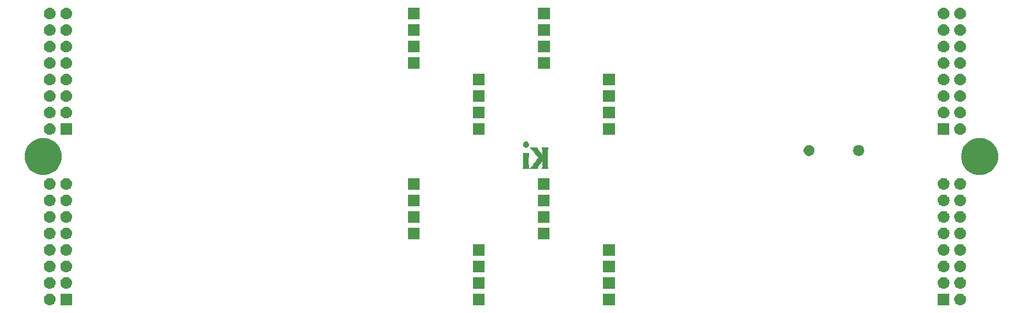
<source format=gbs>
G04 #@! TF.GenerationSoftware,KiCad,Pcbnew,(5.0.2)-1*
G04 #@! TF.CreationDate,2019-08-28T19:48:54+02:00*
G04 #@! TF.ProjectId,EleLab_v2_Bus150,456c654c-6162-45f7-9632-5f4275733135,rev?*
G04 #@! TF.SameCoordinates,Original*
G04 #@! TF.FileFunction,Soldermask,Bot*
G04 #@! TF.FilePolarity,Negative*
%FSLAX46Y46*%
G04 Gerber Fmt 4.6, Leading zero omitted, Abs format (unit mm)*
G04 Created by KiCad (PCBNEW (5.0.2)-1) date 28/08/2019 19:48:54*
%MOMM*%
%LPD*%
G01*
G04 APERTURE LIST*
%ADD10C,0.010000*%
%ADD11C,0.100000*%
G04 APERTURE END LIST*
D10*
G04 #@! TO.C,LO_2*
G36*
X177044059Y-102725960D02*
X176926455Y-102792395D01*
X176832977Y-102895045D01*
X176789188Y-102981124D01*
X176758578Y-103119614D01*
X176767679Y-103257591D01*
X176815027Y-103379084D01*
X176827412Y-103397850D01*
X176917851Y-103485408D01*
X177036729Y-103545553D01*
X177169667Y-103575418D01*
X177302287Y-103572134D01*
X177420210Y-103532832D01*
X177440994Y-103520244D01*
X177523263Y-103441394D01*
X177591086Y-103332770D01*
X177633253Y-103215295D01*
X177641600Y-103145799D01*
X177622326Y-103036575D01*
X177571810Y-102922110D01*
X177501018Y-102823158D01*
X177445358Y-102774295D01*
X177313139Y-102713876D01*
X177176163Y-102698776D01*
X177044059Y-102725960D01*
X177044059Y-102725960D01*
G37*
X177044059Y-102725960D02*
X176926455Y-102792395D01*
X176832977Y-102895045D01*
X176789188Y-102981124D01*
X176758578Y-103119614D01*
X176767679Y-103257591D01*
X176815027Y-103379084D01*
X176827412Y-103397850D01*
X176917851Y-103485408D01*
X177036729Y-103545553D01*
X177169667Y-103575418D01*
X177302287Y-103572134D01*
X177420210Y-103532832D01*
X177440994Y-103520244D01*
X177523263Y-103441394D01*
X177591086Y-103332770D01*
X177633253Y-103215295D01*
X177641600Y-103145799D01*
X177622326Y-103036575D01*
X177571810Y-102922110D01*
X177501018Y-102823158D01*
X177445358Y-102774295D01*
X177313139Y-102713876D01*
X177176163Y-102698776D01*
X177044059Y-102725960D01*
G36*
X176803400Y-105592045D02*
X176803179Y-105863528D01*
X176802417Y-106088618D01*
X176800974Y-106271721D01*
X176798706Y-106417240D01*
X176795469Y-106529583D01*
X176791122Y-106613155D01*
X176785520Y-106672359D01*
X176778522Y-106711603D01*
X176769984Y-106735292D01*
X176766108Y-106741395D01*
X176739822Y-106778943D01*
X176729109Y-106807085D01*
X176739290Y-106827174D01*
X176775688Y-106840563D01*
X176843624Y-106848605D01*
X176948422Y-106852653D01*
X177095402Y-106854060D01*
X177209800Y-106854200D01*
X177360082Y-106853515D01*
X177491273Y-106851608D01*
X177595573Y-106848702D01*
X177665181Y-106845017D01*
X177692295Y-106840776D01*
X177692400Y-106840488D01*
X177681845Y-106811454D01*
X177655274Y-106754509D01*
X177641600Y-106727200D01*
X177628734Y-106699760D01*
X177618241Y-106669394D01*
X177609880Y-106630920D01*
X177603409Y-106579155D01*
X177598589Y-106508918D01*
X177595178Y-106415027D01*
X177592935Y-106292301D01*
X177591619Y-106135559D01*
X177590990Y-105939617D01*
X177590805Y-105699296D01*
X177590800Y-105634750D01*
X177591053Y-105377269D01*
X177591929Y-105165749D01*
X177593604Y-104995351D01*
X177596252Y-104861238D01*
X177600050Y-104758571D01*
X177605173Y-104682513D01*
X177611797Y-104628226D01*
X177620097Y-104590872D01*
X177629553Y-104566938D01*
X177668305Y-104492000D01*
X176803400Y-104492000D01*
X176803400Y-105592045D01*
X176803400Y-105592045D01*
G37*
X176803400Y-105592045D02*
X176803179Y-105863528D01*
X176802417Y-106088618D01*
X176800974Y-106271721D01*
X176798706Y-106417240D01*
X176795469Y-106529583D01*
X176791122Y-106613155D01*
X176785520Y-106672359D01*
X176778522Y-106711603D01*
X176769984Y-106735292D01*
X176766108Y-106741395D01*
X176739822Y-106778943D01*
X176729109Y-106807085D01*
X176739290Y-106827174D01*
X176775688Y-106840563D01*
X176843624Y-106848605D01*
X176948422Y-106852653D01*
X177095402Y-106854060D01*
X177209800Y-106854200D01*
X177360082Y-106853515D01*
X177491273Y-106851608D01*
X177595573Y-106848702D01*
X177665181Y-106845017D01*
X177692295Y-106840776D01*
X177692400Y-106840488D01*
X177681845Y-106811454D01*
X177655274Y-106754509D01*
X177641600Y-106727200D01*
X177628734Y-106699760D01*
X177618241Y-106669394D01*
X177609880Y-106630920D01*
X177603409Y-106579155D01*
X177598589Y-106508918D01*
X177595178Y-106415027D01*
X177592935Y-106292301D01*
X177591619Y-106135559D01*
X177590990Y-105939617D01*
X177590805Y-105699296D01*
X177590800Y-105634750D01*
X177591053Y-105377269D01*
X177591929Y-105165749D01*
X177593604Y-104995351D01*
X177596252Y-104861238D01*
X177600050Y-104758571D01*
X177605173Y-104682513D01*
X177611797Y-104628226D01*
X177620097Y-104590872D01*
X177629553Y-104566938D01*
X177668305Y-104492000D01*
X176803400Y-104492000D01*
X176803400Y-105592045D01*
G36*
X178386253Y-103628400D02*
X177840941Y-103628400D01*
X178039721Y-103829787D01*
X178369429Y-104192691D01*
X178583849Y-104466815D01*
X178662297Y-104570400D01*
X178756856Y-104690529D01*
X178856950Y-104814202D01*
X178952002Y-104928419D01*
X179031434Y-105020181D01*
X179056532Y-105047760D01*
X179137964Y-105135212D01*
X179068006Y-105226356D01*
X178932564Y-105415604D01*
X178845022Y-105555050D01*
X178790152Y-105637286D01*
X178728876Y-105716612D01*
X178723727Y-105722607D01*
X178654778Y-105805581D01*
X178574253Y-105908137D01*
X178491058Y-106018288D01*
X178414098Y-106124047D01*
X178352281Y-106213425D01*
X178316624Y-106270547D01*
X178281543Y-106323596D01*
X178223014Y-106402062D01*
X178151180Y-106493252D01*
X178076185Y-106584472D01*
X178008172Y-106663032D01*
X177971800Y-106702020D01*
X177947911Y-106728081D01*
X177905637Y-106775406D01*
X177897523Y-106784570D01*
X177835945Y-106854200D01*
X178962400Y-106854200D01*
X178962400Y-106775923D01*
X178979163Y-106699395D01*
X179026393Y-106594149D01*
X179099507Y-106468239D01*
X179193919Y-106329716D01*
X179281458Y-106215533D01*
X179352732Y-106123313D01*
X179418053Y-106032269D01*
X179465223Y-105959535D01*
X179471329Y-105948833D01*
X179511371Y-105882434D01*
X179546658Y-105834284D01*
X179555301Y-105825500D01*
X179589862Y-105786816D01*
X179630085Y-105730250D01*
X179667774Y-105682093D01*
X179698285Y-105660487D01*
X179699586Y-105660400D01*
X179708462Y-105685091D01*
X179715582Y-105756381D01*
X179720736Y-105870092D01*
X179723717Y-106022044D01*
X179724400Y-106156961D01*
X179723716Y-106336263D01*
X179721305Y-106472270D01*
X179716625Y-106572475D01*
X179709137Y-106644369D01*
X179698302Y-106695443D01*
X179683579Y-106733188D01*
X179682756Y-106734811D01*
X179647283Y-106794491D01*
X179615777Y-106832618D01*
X179612906Y-106834761D01*
X179628403Y-106840323D01*
X179687753Y-106845262D01*
X179784014Y-106849312D01*
X179910241Y-106852207D01*
X180059489Y-106853682D01*
X180111206Y-106853811D01*
X180637711Y-106854200D01*
X180608032Y-106784350D01*
X180579859Y-106725758D01*
X180557776Y-106690370D01*
X180553943Y-106661142D01*
X180550343Y-106585781D01*
X180547041Y-106468951D01*
X180544104Y-106315317D01*
X180541601Y-106129546D01*
X180539596Y-105916302D01*
X180538158Y-105680251D01*
X180537353Y-105426059D01*
X180537201Y-105254290D01*
X180537259Y-104950311D01*
X180537530Y-104692912D01*
X180538154Y-104477874D01*
X180539274Y-104300978D01*
X180541031Y-104158004D01*
X180543567Y-104044733D01*
X180547024Y-103956945D01*
X180551543Y-103890421D01*
X180557267Y-103840941D01*
X180564338Y-103804286D01*
X180572896Y-103776237D01*
X180583084Y-103752574D01*
X180588001Y-103742699D01*
X180618756Y-103680869D01*
X180636810Y-103641660D01*
X180638801Y-103635729D01*
X180614665Y-103633507D01*
X180547312Y-103631556D01*
X180444328Y-103629984D01*
X180313294Y-103628901D01*
X180161795Y-103628415D01*
X180128083Y-103628400D01*
X179954940Y-103628664D01*
X179826371Y-103629831D01*
X179736154Y-103632464D01*
X179678063Y-103637123D01*
X179645876Y-103644372D01*
X179633368Y-103654772D01*
X179634314Y-103668885D01*
X179635836Y-103672850D01*
X179669195Y-103761673D01*
X179693261Y-103850181D01*
X179709420Y-103949141D01*
X179719058Y-104069321D01*
X179723560Y-104221488D01*
X179724400Y-104361088D01*
X179724401Y-104780904D01*
X179648201Y-104707900D01*
X179600587Y-104657557D01*
X179574006Y-104620278D01*
X179572000Y-104613483D01*
X179556863Y-104587550D01*
X179517372Y-104534128D01*
X179462412Y-104464145D01*
X179400868Y-104388529D01*
X179341623Y-104318209D01*
X179293561Y-104264114D01*
X179266761Y-104238000D01*
X179244439Y-104210734D01*
X179206064Y-104154630D01*
X179178198Y-104111000D01*
X179119995Y-104023298D01*
X179057049Y-103936698D01*
X179034701Y-103908362D01*
X178989987Y-103841736D01*
X178964592Y-103780643D01*
X178962400Y-103764390D01*
X178961878Y-103720677D01*
X178956209Y-103687502D01*
X178939238Y-103663412D01*
X178904811Y-103646955D01*
X178846774Y-103636677D01*
X178758972Y-103631127D01*
X178635250Y-103628851D01*
X178469455Y-103628396D01*
X178386253Y-103628400D01*
X178386253Y-103628400D01*
G37*
X178386253Y-103628400D02*
X177840941Y-103628400D01*
X178039721Y-103829787D01*
X178369429Y-104192691D01*
X178583849Y-104466815D01*
X178662297Y-104570400D01*
X178756856Y-104690529D01*
X178856950Y-104814202D01*
X178952002Y-104928419D01*
X179031434Y-105020181D01*
X179056532Y-105047760D01*
X179137964Y-105135212D01*
X179068006Y-105226356D01*
X178932564Y-105415604D01*
X178845022Y-105555050D01*
X178790152Y-105637286D01*
X178728876Y-105716612D01*
X178723727Y-105722607D01*
X178654778Y-105805581D01*
X178574253Y-105908137D01*
X178491058Y-106018288D01*
X178414098Y-106124047D01*
X178352281Y-106213425D01*
X178316624Y-106270547D01*
X178281543Y-106323596D01*
X178223014Y-106402062D01*
X178151180Y-106493252D01*
X178076185Y-106584472D01*
X178008172Y-106663032D01*
X177971800Y-106702020D01*
X177947911Y-106728081D01*
X177905637Y-106775406D01*
X177897523Y-106784570D01*
X177835945Y-106854200D01*
X178962400Y-106854200D01*
X178962400Y-106775923D01*
X178979163Y-106699395D01*
X179026393Y-106594149D01*
X179099507Y-106468239D01*
X179193919Y-106329716D01*
X179281458Y-106215533D01*
X179352732Y-106123313D01*
X179418053Y-106032269D01*
X179465223Y-105959535D01*
X179471329Y-105948833D01*
X179511371Y-105882434D01*
X179546658Y-105834284D01*
X179555301Y-105825500D01*
X179589862Y-105786816D01*
X179630085Y-105730250D01*
X179667774Y-105682093D01*
X179698285Y-105660487D01*
X179699586Y-105660400D01*
X179708462Y-105685091D01*
X179715582Y-105756381D01*
X179720736Y-105870092D01*
X179723717Y-106022044D01*
X179724400Y-106156961D01*
X179723716Y-106336263D01*
X179721305Y-106472270D01*
X179716625Y-106572475D01*
X179709137Y-106644369D01*
X179698302Y-106695443D01*
X179683579Y-106733188D01*
X179682756Y-106734811D01*
X179647283Y-106794491D01*
X179615777Y-106832618D01*
X179612906Y-106834761D01*
X179628403Y-106840323D01*
X179687753Y-106845262D01*
X179784014Y-106849312D01*
X179910241Y-106852207D01*
X180059489Y-106853682D01*
X180111206Y-106853811D01*
X180637711Y-106854200D01*
X180608032Y-106784350D01*
X180579859Y-106725758D01*
X180557776Y-106690370D01*
X180553943Y-106661142D01*
X180550343Y-106585781D01*
X180547041Y-106468951D01*
X180544104Y-106315317D01*
X180541601Y-106129546D01*
X180539596Y-105916302D01*
X180538158Y-105680251D01*
X180537353Y-105426059D01*
X180537201Y-105254290D01*
X180537259Y-104950311D01*
X180537530Y-104692912D01*
X180538154Y-104477874D01*
X180539274Y-104300978D01*
X180541031Y-104158004D01*
X180543567Y-104044733D01*
X180547024Y-103956945D01*
X180551543Y-103890421D01*
X180557267Y-103840941D01*
X180564338Y-103804286D01*
X180572896Y-103776237D01*
X180583084Y-103752574D01*
X180588001Y-103742699D01*
X180618756Y-103680869D01*
X180636810Y-103641660D01*
X180638801Y-103635729D01*
X180614665Y-103633507D01*
X180547312Y-103631556D01*
X180444328Y-103629984D01*
X180313294Y-103628901D01*
X180161795Y-103628415D01*
X180128083Y-103628400D01*
X179954940Y-103628664D01*
X179826371Y-103629831D01*
X179736154Y-103632464D01*
X179678063Y-103637123D01*
X179645876Y-103644372D01*
X179633368Y-103654772D01*
X179634314Y-103668885D01*
X179635836Y-103672850D01*
X179669195Y-103761673D01*
X179693261Y-103850181D01*
X179709420Y-103949141D01*
X179719058Y-104069321D01*
X179723560Y-104221488D01*
X179724400Y-104361088D01*
X179724401Y-104780904D01*
X179648201Y-104707900D01*
X179600587Y-104657557D01*
X179574006Y-104620278D01*
X179572000Y-104613483D01*
X179556863Y-104587550D01*
X179517372Y-104534128D01*
X179462412Y-104464145D01*
X179400868Y-104388529D01*
X179341623Y-104318209D01*
X179293561Y-104264114D01*
X179266761Y-104238000D01*
X179244439Y-104210734D01*
X179206064Y-104154630D01*
X179178198Y-104111000D01*
X179119995Y-104023298D01*
X179057049Y-103936698D01*
X179034701Y-103908362D01*
X178989987Y-103841736D01*
X178964592Y-103780643D01*
X178962400Y-103764390D01*
X178961878Y-103720677D01*
X178956209Y-103687502D01*
X178939238Y-103663412D01*
X178904811Y-103646955D01*
X178846774Y-103636677D01*
X178758972Y-103631127D01*
X178635250Y-103628851D01*
X178469455Y-103628396D01*
X178386253Y-103628400D01*
D11*
G36*
X190901000Y-127901000D02*
X189099000Y-127901000D01*
X189099000Y-126099000D01*
X190901000Y-126099000D01*
X190901000Y-127901000D01*
X190901000Y-127901000D01*
G37*
G36*
X242361000Y-127901000D02*
X240559000Y-127901000D01*
X240559000Y-126099000D01*
X242361000Y-126099000D01*
X242361000Y-127901000D01*
X242361000Y-127901000D01*
G37*
G36*
X244110443Y-126105519D02*
X244176627Y-126112037D01*
X244289853Y-126146384D01*
X244346467Y-126163557D01*
X244485087Y-126237652D01*
X244502991Y-126247222D01*
X244538729Y-126276552D01*
X244640186Y-126359814D01*
X244723448Y-126461271D01*
X244752778Y-126497009D01*
X244752779Y-126497011D01*
X244836443Y-126653533D01*
X244836443Y-126653534D01*
X244887963Y-126823373D01*
X244905359Y-127000000D01*
X244887963Y-127176627D01*
X244853616Y-127289853D01*
X244836443Y-127346467D01*
X244762348Y-127485087D01*
X244752778Y-127502991D01*
X244723448Y-127538729D01*
X244640186Y-127640186D01*
X244538729Y-127723448D01*
X244502991Y-127752778D01*
X244502989Y-127752779D01*
X244346467Y-127836443D01*
X244289853Y-127853616D01*
X244176627Y-127887963D01*
X244110442Y-127894482D01*
X244044260Y-127901000D01*
X243955740Y-127901000D01*
X243889558Y-127894482D01*
X243823373Y-127887963D01*
X243710147Y-127853616D01*
X243653533Y-127836443D01*
X243497011Y-127752779D01*
X243497009Y-127752778D01*
X243461271Y-127723448D01*
X243359814Y-127640186D01*
X243276552Y-127538729D01*
X243247222Y-127502991D01*
X243237652Y-127485087D01*
X243163557Y-127346467D01*
X243146384Y-127289853D01*
X243112037Y-127176627D01*
X243094641Y-127000000D01*
X243112037Y-126823373D01*
X243163557Y-126653534D01*
X243163557Y-126653533D01*
X243247221Y-126497011D01*
X243247222Y-126497009D01*
X243276552Y-126461271D01*
X243359814Y-126359814D01*
X243461271Y-126276552D01*
X243497009Y-126247222D01*
X243514913Y-126237652D01*
X243653533Y-126163557D01*
X243710147Y-126146384D01*
X243823373Y-126112037D01*
X243889557Y-126105519D01*
X243955740Y-126099000D01*
X244044260Y-126099000D01*
X244110443Y-126105519D01*
X244110443Y-126105519D01*
G37*
G36*
X104110443Y-126105519D02*
X104176627Y-126112037D01*
X104289853Y-126146384D01*
X104346467Y-126163557D01*
X104485087Y-126237652D01*
X104502991Y-126247222D01*
X104538729Y-126276552D01*
X104640186Y-126359814D01*
X104723448Y-126461271D01*
X104752778Y-126497009D01*
X104752779Y-126497011D01*
X104836443Y-126653533D01*
X104836443Y-126653534D01*
X104887963Y-126823373D01*
X104905359Y-127000000D01*
X104887963Y-127176627D01*
X104853616Y-127289853D01*
X104836443Y-127346467D01*
X104762348Y-127485087D01*
X104752778Y-127502991D01*
X104723448Y-127538729D01*
X104640186Y-127640186D01*
X104538729Y-127723448D01*
X104502991Y-127752778D01*
X104502989Y-127752779D01*
X104346467Y-127836443D01*
X104289853Y-127853616D01*
X104176627Y-127887963D01*
X104110442Y-127894482D01*
X104044260Y-127901000D01*
X103955740Y-127901000D01*
X103889558Y-127894482D01*
X103823373Y-127887963D01*
X103710147Y-127853616D01*
X103653533Y-127836443D01*
X103497011Y-127752779D01*
X103497009Y-127752778D01*
X103461271Y-127723448D01*
X103359814Y-127640186D01*
X103276552Y-127538729D01*
X103247222Y-127502991D01*
X103237652Y-127485087D01*
X103163557Y-127346467D01*
X103146384Y-127289853D01*
X103112037Y-127176627D01*
X103094641Y-127000000D01*
X103112037Y-126823373D01*
X103163557Y-126653534D01*
X103163557Y-126653533D01*
X103247221Y-126497011D01*
X103247222Y-126497009D01*
X103276552Y-126461271D01*
X103359814Y-126359814D01*
X103461271Y-126276552D01*
X103497009Y-126247222D01*
X103514913Y-126237652D01*
X103653533Y-126163557D01*
X103710147Y-126146384D01*
X103823373Y-126112037D01*
X103889557Y-126105519D01*
X103955740Y-126099000D01*
X104044260Y-126099000D01*
X104110443Y-126105519D01*
X104110443Y-126105519D01*
G37*
G36*
X170901000Y-127901000D02*
X169099000Y-127901000D01*
X169099000Y-126099000D01*
X170901000Y-126099000D01*
X170901000Y-127901000D01*
X170901000Y-127901000D01*
G37*
G36*
X107441000Y-127901000D02*
X105639000Y-127901000D01*
X105639000Y-126099000D01*
X107441000Y-126099000D01*
X107441000Y-127901000D01*
X107441000Y-127901000D01*
G37*
G36*
X170901000Y-125361000D02*
X169099000Y-125361000D01*
X169099000Y-123559000D01*
X170901000Y-123559000D01*
X170901000Y-125361000D01*
X170901000Y-125361000D01*
G37*
G36*
X106650442Y-123565518D02*
X106716627Y-123572037D01*
X106829853Y-123606384D01*
X106886467Y-123623557D01*
X107025087Y-123697652D01*
X107042991Y-123707222D01*
X107078729Y-123736552D01*
X107180186Y-123819814D01*
X107263448Y-123921271D01*
X107292778Y-123957009D01*
X107292779Y-123957011D01*
X107376443Y-124113533D01*
X107376443Y-124113534D01*
X107427963Y-124283373D01*
X107445359Y-124460000D01*
X107427963Y-124636627D01*
X107393616Y-124749853D01*
X107376443Y-124806467D01*
X107302348Y-124945087D01*
X107292778Y-124962991D01*
X107263448Y-124998729D01*
X107180186Y-125100186D01*
X107078729Y-125183448D01*
X107042991Y-125212778D01*
X107042989Y-125212779D01*
X106886467Y-125296443D01*
X106829853Y-125313616D01*
X106716627Y-125347963D01*
X106650442Y-125354482D01*
X106584260Y-125361000D01*
X106495740Y-125361000D01*
X106429558Y-125354482D01*
X106363373Y-125347963D01*
X106250147Y-125313616D01*
X106193533Y-125296443D01*
X106037011Y-125212779D01*
X106037009Y-125212778D01*
X106001271Y-125183448D01*
X105899814Y-125100186D01*
X105816552Y-124998729D01*
X105787222Y-124962991D01*
X105777652Y-124945087D01*
X105703557Y-124806467D01*
X105686384Y-124749853D01*
X105652037Y-124636627D01*
X105634641Y-124460000D01*
X105652037Y-124283373D01*
X105703557Y-124113534D01*
X105703557Y-124113533D01*
X105787221Y-123957011D01*
X105787222Y-123957009D01*
X105816552Y-123921271D01*
X105899814Y-123819814D01*
X106001271Y-123736552D01*
X106037009Y-123707222D01*
X106054913Y-123697652D01*
X106193533Y-123623557D01*
X106250147Y-123606384D01*
X106363373Y-123572037D01*
X106429558Y-123565518D01*
X106495740Y-123559000D01*
X106584260Y-123559000D01*
X106650442Y-123565518D01*
X106650442Y-123565518D01*
G37*
G36*
X104110442Y-123565518D02*
X104176627Y-123572037D01*
X104289853Y-123606384D01*
X104346467Y-123623557D01*
X104485087Y-123697652D01*
X104502991Y-123707222D01*
X104538729Y-123736552D01*
X104640186Y-123819814D01*
X104723448Y-123921271D01*
X104752778Y-123957009D01*
X104752779Y-123957011D01*
X104836443Y-124113533D01*
X104836443Y-124113534D01*
X104887963Y-124283373D01*
X104905359Y-124460000D01*
X104887963Y-124636627D01*
X104853616Y-124749853D01*
X104836443Y-124806467D01*
X104762348Y-124945087D01*
X104752778Y-124962991D01*
X104723448Y-124998729D01*
X104640186Y-125100186D01*
X104538729Y-125183448D01*
X104502991Y-125212778D01*
X104502989Y-125212779D01*
X104346467Y-125296443D01*
X104289853Y-125313616D01*
X104176627Y-125347963D01*
X104110442Y-125354482D01*
X104044260Y-125361000D01*
X103955740Y-125361000D01*
X103889558Y-125354482D01*
X103823373Y-125347963D01*
X103710147Y-125313616D01*
X103653533Y-125296443D01*
X103497011Y-125212779D01*
X103497009Y-125212778D01*
X103461271Y-125183448D01*
X103359814Y-125100186D01*
X103276552Y-124998729D01*
X103247222Y-124962991D01*
X103237652Y-124945087D01*
X103163557Y-124806467D01*
X103146384Y-124749853D01*
X103112037Y-124636627D01*
X103094641Y-124460000D01*
X103112037Y-124283373D01*
X103163557Y-124113534D01*
X103163557Y-124113533D01*
X103247221Y-123957011D01*
X103247222Y-123957009D01*
X103276552Y-123921271D01*
X103359814Y-123819814D01*
X103461271Y-123736552D01*
X103497009Y-123707222D01*
X103514913Y-123697652D01*
X103653533Y-123623557D01*
X103710147Y-123606384D01*
X103823373Y-123572037D01*
X103889558Y-123565518D01*
X103955740Y-123559000D01*
X104044260Y-123559000D01*
X104110442Y-123565518D01*
X104110442Y-123565518D01*
G37*
G36*
X244110442Y-123565518D02*
X244176627Y-123572037D01*
X244289853Y-123606384D01*
X244346467Y-123623557D01*
X244485087Y-123697652D01*
X244502991Y-123707222D01*
X244538729Y-123736552D01*
X244640186Y-123819814D01*
X244723448Y-123921271D01*
X244752778Y-123957009D01*
X244752779Y-123957011D01*
X244836443Y-124113533D01*
X244836443Y-124113534D01*
X244887963Y-124283373D01*
X244905359Y-124460000D01*
X244887963Y-124636627D01*
X244853616Y-124749853D01*
X244836443Y-124806467D01*
X244762348Y-124945087D01*
X244752778Y-124962991D01*
X244723448Y-124998729D01*
X244640186Y-125100186D01*
X244538729Y-125183448D01*
X244502991Y-125212778D01*
X244502989Y-125212779D01*
X244346467Y-125296443D01*
X244289853Y-125313616D01*
X244176627Y-125347963D01*
X244110442Y-125354482D01*
X244044260Y-125361000D01*
X243955740Y-125361000D01*
X243889558Y-125354482D01*
X243823373Y-125347963D01*
X243710147Y-125313616D01*
X243653533Y-125296443D01*
X243497011Y-125212779D01*
X243497009Y-125212778D01*
X243461271Y-125183448D01*
X243359814Y-125100186D01*
X243276552Y-124998729D01*
X243247222Y-124962991D01*
X243237652Y-124945087D01*
X243163557Y-124806467D01*
X243146384Y-124749853D01*
X243112037Y-124636627D01*
X243094641Y-124460000D01*
X243112037Y-124283373D01*
X243163557Y-124113534D01*
X243163557Y-124113533D01*
X243247221Y-123957011D01*
X243247222Y-123957009D01*
X243276552Y-123921271D01*
X243359814Y-123819814D01*
X243461271Y-123736552D01*
X243497009Y-123707222D01*
X243514913Y-123697652D01*
X243653533Y-123623557D01*
X243710147Y-123606384D01*
X243823373Y-123572037D01*
X243889558Y-123565518D01*
X243955740Y-123559000D01*
X244044260Y-123559000D01*
X244110442Y-123565518D01*
X244110442Y-123565518D01*
G37*
G36*
X241570442Y-123565518D02*
X241636627Y-123572037D01*
X241749853Y-123606384D01*
X241806467Y-123623557D01*
X241945087Y-123697652D01*
X241962991Y-123707222D01*
X241998729Y-123736552D01*
X242100186Y-123819814D01*
X242183448Y-123921271D01*
X242212778Y-123957009D01*
X242212779Y-123957011D01*
X242296443Y-124113533D01*
X242296443Y-124113534D01*
X242347963Y-124283373D01*
X242365359Y-124460000D01*
X242347963Y-124636627D01*
X242313616Y-124749853D01*
X242296443Y-124806467D01*
X242222348Y-124945087D01*
X242212778Y-124962991D01*
X242183448Y-124998729D01*
X242100186Y-125100186D01*
X241998729Y-125183448D01*
X241962991Y-125212778D01*
X241962989Y-125212779D01*
X241806467Y-125296443D01*
X241749853Y-125313616D01*
X241636627Y-125347963D01*
X241570442Y-125354482D01*
X241504260Y-125361000D01*
X241415740Y-125361000D01*
X241349558Y-125354482D01*
X241283373Y-125347963D01*
X241170147Y-125313616D01*
X241113533Y-125296443D01*
X240957011Y-125212779D01*
X240957009Y-125212778D01*
X240921271Y-125183448D01*
X240819814Y-125100186D01*
X240736552Y-124998729D01*
X240707222Y-124962991D01*
X240697652Y-124945087D01*
X240623557Y-124806467D01*
X240606384Y-124749853D01*
X240572037Y-124636627D01*
X240554641Y-124460000D01*
X240572037Y-124283373D01*
X240623557Y-124113534D01*
X240623557Y-124113533D01*
X240707221Y-123957011D01*
X240707222Y-123957009D01*
X240736552Y-123921271D01*
X240819814Y-123819814D01*
X240921271Y-123736552D01*
X240957009Y-123707222D01*
X240974913Y-123697652D01*
X241113533Y-123623557D01*
X241170147Y-123606384D01*
X241283373Y-123572037D01*
X241349558Y-123565518D01*
X241415740Y-123559000D01*
X241504260Y-123559000D01*
X241570442Y-123565518D01*
X241570442Y-123565518D01*
G37*
G36*
X190901000Y-125361000D02*
X189099000Y-125361000D01*
X189099000Y-123559000D01*
X190901000Y-123559000D01*
X190901000Y-125361000D01*
X190901000Y-125361000D01*
G37*
G36*
X244110442Y-121025518D02*
X244176627Y-121032037D01*
X244289853Y-121066384D01*
X244346467Y-121083557D01*
X244485087Y-121157652D01*
X244502991Y-121167222D01*
X244538729Y-121196552D01*
X244640186Y-121279814D01*
X244723448Y-121381271D01*
X244752778Y-121417009D01*
X244752779Y-121417011D01*
X244836443Y-121573533D01*
X244836443Y-121573534D01*
X244887963Y-121743373D01*
X244905359Y-121920000D01*
X244887963Y-122096627D01*
X244853616Y-122209853D01*
X244836443Y-122266467D01*
X244762348Y-122405087D01*
X244752778Y-122422991D01*
X244723448Y-122458729D01*
X244640186Y-122560186D01*
X244538729Y-122643448D01*
X244502991Y-122672778D01*
X244502989Y-122672779D01*
X244346467Y-122756443D01*
X244289853Y-122773616D01*
X244176627Y-122807963D01*
X244110443Y-122814481D01*
X244044260Y-122821000D01*
X243955740Y-122821000D01*
X243889557Y-122814481D01*
X243823373Y-122807963D01*
X243710147Y-122773616D01*
X243653533Y-122756443D01*
X243497011Y-122672779D01*
X243497009Y-122672778D01*
X243461271Y-122643448D01*
X243359814Y-122560186D01*
X243276552Y-122458729D01*
X243247222Y-122422991D01*
X243237652Y-122405087D01*
X243163557Y-122266467D01*
X243146384Y-122209853D01*
X243112037Y-122096627D01*
X243094641Y-121920000D01*
X243112037Y-121743373D01*
X243163557Y-121573534D01*
X243163557Y-121573533D01*
X243247221Y-121417011D01*
X243247222Y-121417009D01*
X243276552Y-121381271D01*
X243359814Y-121279814D01*
X243461271Y-121196552D01*
X243497009Y-121167222D01*
X243514913Y-121157652D01*
X243653533Y-121083557D01*
X243710147Y-121066384D01*
X243823373Y-121032037D01*
X243889558Y-121025518D01*
X243955740Y-121019000D01*
X244044260Y-121019000D01*
X244110442Y-121025518D01*
X244110442Y-121025518D01*
G37*
G36*
X190901000Y-122821000D02*
X189099000Y-122821000D01*
X189099000Y-121019000D01*
X190901000Y-121019000D01*
X190901000Y-122821000D01*
X190901000Y-122821000D01*
G37*
G36*
X241570442Y-121025518D02*
X241636627Y-121032037D01*
X241749853Y-121066384D01*
X241806467Y-121083557D01*
X241945087Y-121157652D01*
X241962991Y-121167222D01*
X241998729Y-121196552D01*
X242100186Y-121279814D01*
X242183448Y-121381271D01*
X242212778Y-121417009D01*
X242212779Y-121417011D01*
X242296443Y-121573533D01*
X242296443Y-121573534D01*
X242347963Y-121743373D01*
X242365359Y-121920000D01*
X242347963Y-122096627D01*
X242313616Y-122209853D01*
X242296443Y-122266467D01*
X242222348Y-122405087D01*
X242212778Y-122422991D01*
X242183448Y-122458729D01*
X242100186Y-122560186D01*
X241998729Y-122643448D01*
X241962991Y-122672778D01*
X241962989Y-122672779D01*
X241806467Y-122756443D01*
X241749853Y-122773616D01*
X241636627Y-122807963D01*
X241570443Y-122814481D01*
X241504260Y-122821000D01*
X241415740Y-122821000D01*
X241349557Y-122814481D01*
X241283373Y-122807963D01*
X241170147Y-122773616D01*
X241113533Y-122756443D01*
X240957011Y-122672779D01*
X240957009Y-122672778D01*
X240921271Y-122643448D01*
X240819814Y-122560186D01*
X240736552Y-122458729D01*
X240707222Y-122422991D01*
X240697652Y-122405087D01*
X240623557Y-122266467D01*
X240606384Y-122209853D01*
X240572037Y-122096627D01*
X240554641Y-121920000D01*
X240572037Y-121743373D01*
X240623557Y-121573534D01*
X240623557Y-121573533D01*
X240707221Y-121417011D01*
X240707222Y-121417009D01*
X240736552Y-121381271D01*
X240819814Y-121279814D01*
X240921271Y-121196552D01*
X240957009Y-121167222D01*
X240974913Y-121157652D01*
X241113533Y-121083557D01*
X241170147Y-121066384D01*
X241283373Y-121032037D01*
X241349558Y-121025518D01*
X241415740Y-121019000D01*
X241504260Y-121019000D01*
X241570442Y-121025518D01*
X241570442Y-121025518D01*
G37*
G36*
X106650442Y-121025518D02*
X106716627Y-121032037D01*
X106829853Y-121066384D01*
X106886467Y-121083557D01*
X107025087Y-121157652D01*
X107042991Y-121167222D01*
X107078729Y-121196552D01*
X107180186Y-121279814D01*
X107263448Y-121381271D01*
X107292778Y-121417009D01*
X107292779Y-121417011D01*
X107376443Y-121573533D01*
X107376443Y-121573534D01*
X107427963Y-121743373D01*
X107445359Y-121920000D01*
X107427963Y-122096627D01*
X107393616Y-122209853D01*
X107376443Y-122266467D01*
X107302348Y-122405087D01*
X107292778Y-122422991D01*
X107263448Y-122458729D01*
X107180186Y-122560186D01*
X107078729Y-122643448D01*
X107042991Y-122672778D01*
X107042989Y-122672779D01*
X106886467Y-122756443D01*
X106829853Y-122773616D01*
X106716627Y-122807963D01*
X106650443Y-122814481D01*
X106584260Y-122821000D01*
X106495740Y-122821000D01*
X106429557Y-122814481D01*
X106363373Y-122807963D01*
X106250147Y-122773616D01*
X106193533Y-122756443D01*
X106037011Y-122672779D01*
X106037009Y-122672778D01*
X106001271Y-122643448D01*
X105899814Y-122560186D01*
X105816552Y-122458729D01*
X105787222Y-122422991D01*
X105777652Y-122405087D01*
X105703557Y-122266467D01*
X105686384Y-122209853D01*
X105652037Y-122096627D01*
X105634641Y-121920000D01*
X105652037Y-121743373D01*
X105703557Y-121573534D01*
X105703557Y-121573533D01*
X105787221Y-121417011D01*
X105787222Y-121417009D01*
X105816552Y-121381271D01*
X105899814Y-121279814D01*
X106001271Y-121196552D01*
X106037009Y-121167222D01*
X106054913Y-121157652D01*
X106193533Y-121083557D01*
X106250147Y-121066384D01*
X106363373Y-121032037D01*
X106429558Y-121025518D01*
X106495740Y-121019000D01*
X106584260Y-121019000D01*
X106650442Y-121025518D01*
X106650442Y-121025518D01*
G37*
G36*
X104110442Y-121025518D02*
X104176627Y-121032037D01*
X104289853Y-121066384D01*
X104346467Y-121083557D01*
X104485087Y-121157652D01*
X104502991Y-121167222D01*
X104538729Y-121196552D01*
X104640186Y-121279814D01*
X104723448Y-121381271D01*
X104752778Y-121417009D01*
X104752779Y-121417011D01*
X104836443Y-121573533D01*
X104836443Y-121573534D01*
X104887963Y-121743373D01*
X104905359Y-121920000D01*
X104887963Y-122096627D01*
X104853616Y-122209853D01*
X104836443Y-122266467D01*
X104762348Y-122405087D01*
X104752778Y-122422991D01*
X104723448Y-122458729D01*
X104640186Y-122560186D01*
X104538729Y-122643448D01*
X104502991Y-122672778D01*
X104502989Y-122672779D01*
X104346467Y-122756443D01*
X104289853Y-122773616D01*
X104176627Y-122807963D01*
X104110443Y-122814481D01*
X104044260Y-122821000D01*
X103955740Y-122821000D01*
X103889557Y-122814481D01*
X103823373Y-122807963D01*
X103710147Y-122773616D01*
X103653533Y-122756443D01*
X103497011Y-122672779D01*
X103497009Y-122672778D01*
X103461271Y-122643448D01*
X103359814Y-122560186D01*
X103276552Y-122458729D01*
X103247222Y-122422991D01*
X103237652Y-122405087D01*
X103163557Y-122266467D01*
X103146384Y-122209853D01*
X103112037Y-122096627D01*
X103094641Y-121920000D01*
X103112037Y-121743373D01*
X103163557Y-121573534D01*
X103163557Y-121573533D01*
X103247221Y-121417011D01*
X103247222Y-121417009D01*
X103276552Y-121381271D01*
X103359814Y-121279814D01*
X103461271Y-121196552D01*
X103497009Y-121167222D01*
X103514913Y-121157652D01*
X103653533Y-121083557D01*
X103710147Y-121066384D01*
X103823373Y-121032037D01*
X103889558Y-121025518D01*
X103955740Y-121019000D01*
X104044260Y-121019000D01*
X104110442Y-121025518D01*
X104110442Y-121025518D01*
G37*
G36*
X170901000Y-122821000D02*
X169099000Y-122821000D01*
X169099000Y-121019000D01*
X170901000Y-121019000D01*
X170901000Y-122821000D01*
X170901000Y-122821000D01*
G37*
G36*
X170901000Y-120281000D02*
X169099000Y-120281000D01*
X169099000Y-118479000D01*
X170901000Y-118479000D01*
X170901000Y-120281000D01*
X170901000Y-120281000D01*
G37*
G36*
X106650442Y-118485518D02*
X106716627Y-118492037D01*
X106829853Y-118526384D01*
X106886467Y-118543557D01*
X107025087Y-118617652D01*
X107042991Y-118627222D01*
X107078729Y-118656552D01*
X107180186Y-118739814D01*
X107263448Y-118841271D01*
X107292778Y-118877009D01*
X107292779Y-118877011D01*
X107376443Y-119033533D01*
X107376443Y-119033534D01*
X107427963Y-119203373D01*
X107445359Y-119380000D01*
X107427963Y-119556627D01*
X107393616Y-119669853D01*
X107376443Y-119726467D01*
X107302348Y-119865087D01*
X107292778Y-119882991D01*
X107263448Y-119918729D01*
X107180186Y-120020186D01*
X107078729Y-120103448D01*
X107042991Y-120132778D01*
X107042989Y-120132779D01*
X106886467Y-120216443D01*
X106829853Y-120233616D01*
X106716627Y-120267963D01*
X106650442Y-120274482D01*
X106584260Y-120281000D01*
X106495740Y-120281000D01*
X106429558Y-120274482D01*
X106363373Y-120267963D01*
X106250147Y-120233616D01*
X106193533Y-120216443D01*
X106037011Y-120132779D01*
X106037009Y-120132778D01*
X106001271Y-120103448D01*
X105899814Y-120020186D01*
X105816552Y-119918729D01*
X105787222Y-119882991D01*
X105777652Y-119865087D01*
X105703557Y-119726467D01*
X105686384Y-119669853D01*
X105652037Y-119556627D01*
X105634641Y-119380000D01*
X105652037Y-119203373D01*
X105703557Y-119033534D01*
X105703557Y-119033533D01*
X105787221Y-118877011D01*
X105787222Y-118877009D01*
X105816552Y-118841271D01*
X105899814Y-118739814D01*
X106001271Y-118656552D01*
X106037009Y-118627222D01*
X106054913Y-118617652D01*
X106193533Y-118543557D01*
X106250147Y-118526384D01*
X106363373Y-118492037D01*
X106429558Y-118485518D01*
X106495740Y-118479000D01*
X106584260Y-118479000D01*
X106650442Y-118485518D01*
X106650442Y-118485518D01*
G37*
G36*
X104110442Y-118485518D02*
X104176627Y-118492037D01*
X104289853Y-118526384D01*
X104346467Y-118543557D01*
X104485087Y-118617652D01*
X104502991Y-118627222D01*
X104538729Y-118656552D01*
X104640186Y-118739814D01*
X104723448Y-118841271D01*
X104752778Y-118877009D01*
X104752779Y-118877011D01*
X104836443Y-119033533D01*
X104836443Y-119033534D01*
X104887963Y-119203373D01*
X104905359Y-119380000D01*
X104887963Y-119556627D01*
X104853616Y-119669853D01*
X104836443Y-119726467D01*
X104762348Y-119865087D01*
X104752778Y-119882991D01*
X104723448Y-119918729D01*
X104640186Y-120020186D01*
X104538729Y-120103448D01*
X104502991Y-120132778D01*
X104502989Y-120132779D01*
X104346467Y-120216443D01*
X104289853Y-120233616D01*
X104176627Y-120267963D01*
X104110442Y-120274482D01*
X104044260Y-120281000D01*
X103955740Y-120281000D01*
X103889558Y-120274482D01*
X103823373Y-120267963D01*
X103710147Y-120233616D01*
X103653533Y-120216443D01*
X103497011Y-120132779D01*
X103497009Y-120132778D01*
X103461271Y-120103448D01*
X103359814Y-120020186D01*
X103276552Y-119918729D01*
X103247222Y-119882991D01*
X103237652Y-119865087D01*
X103163557Y-119726467D01*
X103146384Y-119669853D01*
X103112037Y-119556627D01*
X103094641Y-119380000D01*
X103112037Y-119203373D01*
X103163557Y-119033534D01*
X103163557Y-119033533D01*
X103247221Y-118877011D01*
X103247222Y-118877009D01*
X103276552Y-118841271D01*
X103359814Y-118739814D01*
X103461271Y-118656552D01*
X103497009Y-118627222D01*
X103514913Y-118617652D01*
X103653533Y-118543557D01*
X103710147Y-118526384D01*
X103823373Y-118492037D01*
X103889558Y-118485518D01*
X103955740Y-118479000D01*
X104044260Y-118479000D01*
X104110442Y-118485518D01*
X104110442Y-118485518D01*
G37*
G36*
X244110442Y-118485518D02*
X244176627Y-118492037D01*
X244289853Y-118526384D01*
X244346467Y-118543557D01*
X244485087Y-118617652D01*
X244502991Y-118627222D01*
X244538729Y-118656552D01*
X244640186Y-118739814D01*
X244723448Y-118841271D01*
X244752778Y-118877009D01*
X244752779Y-118877011D01*
X244836443Y-119033533D01*
X244836443Y-119033534D01*
X244887963Y-119203373D01*
X244905359Y-119380000D01*
X244887963Y-119556627D01*
X244853616Y-119669853D01*
X244836443Y-119726467D01*
X244762348Y-119865087D01*
X244752778Y-119882991D01*
X244723448Y-119918729D01*
X244640186Y-120020186D01*
X244538729Y-120103448D01*
X244502991Y-120132778D01*
X244502989Y-120132779D01*
X244346467Y-120216443D01*
X244289853Y-120233616D01*
X244176627Y-120267963D01*
X244110442Y-120274482D01*
X244044260Y-120281000D01*
X243955740Y-120281000D01*
X243889558Y-120274482D01*
X243823373Y-120267963D01*
X243710147Y-120233616D01*
X243653533Y-120216443D01*
X243497011Y-120132779D01*
X243497009Y-120132778D01*
X243461271Y-120103448D01*
X243359814Y-120020186D01*
X243276552Y-119918729D01*
X243247222Y-119882991D01*
X243237652Y-119865087D01*
X243163557Y-119726467D01*
X243146384Y-119669853D01*
X243112037Y-119556627D01*
X243094641Y-119380000D01*
X243112037Y-119203373D01*
X243163557Y-119033534D01*
X243163557Y-119033533D01*
X243247221Y-118877011D01*
X243247222Y-118877009D01*
X243276552Y-118841271D01*
X243359814Y-118739814D01*
X243461271Y-118656552D01*
X243497009Y-118627222D01*
X243514913Y-118617652D01*
X243653533Y-118543557D01*
X243710147Y-118526384D01*
X243823373Y-118492037D01*
X243889558Y-118485518D01*
X243955740Y-118479000D01*
X244044260Y-118479000D01*
X244110442Y-118485518D01*
X244110442Y-118485518D01*
G37*
G36*
X241570442Y-118485518D02*
X241636627Y-118492037D01*
X241749853Y-118526384D01*
X241806467Y-118543557D01*
X241945087Y-118617652D01*
X241962991Y-118627222D01*
X241998729Y-118656552D01*
X242100186Y-118739814D01*
X242183448Y-118841271D01*
X242212778Y-118877009D01*
X242212779Y-118877011D01*
X242296443Y-119033533D01*
X242296443Y-119033534D01*
X242347963Y-119203373D01*
X242365359Y-119380000D01*
X242347963Y-119556627D01*
X242313616Y-119669853D01*
X242296443Y-119726467D01*
X242222348Y-119865087D01*
X242212778Y-119882991D01*
X242183448Y-119918729D01*
X242100186Y-120020186D01*
X241998729Y-120103448D01*
X241962991Y-120132778D01*
X241962989Y-120132779D01*
X241806467Y-120216443D01*
X241749853Y-120233616D01*
X241636627Y-120267963D01*
X241570442Y-120274482D01*
X241504260Y-120281000D01*
X241415740Y-120281000D01*
X241349558Y-120274482D01*
X241283373Y-120267963D01*
X241170147Y-120233616D01*
X241113533Y-120216443D01*
X240957011Y-120132779D01*
X240957009Y-120132778D01*
X240921271Y-120103448D01*
X240819814Y-120020186D01*
X240736552Y-119918729D01*
X240707222Y-119882991D01*
X240697652Y-119865087D01*
X240623557Y-119726467D01*
X240606384Y-119669853D01*
X240572037Y-119556627D01*
X240554641Y-119380000D01*
X240572037Y-119203373D01*
X240623557Y-119033534D01*
X240623557Y-119033533D01*
X240707221Y-118877011D01*
X240707222Y-118877009D01*
X240736552Y-118841271D01*
X240819814Y-118739814D01*
X240921271Y-118656552D01*
X240957009Y-118627222D01*
X240974913Y-118617652D01*
X241113533Y-118543557D01*
X241170147Y-118526384D01*
X241283373Y-118492037D01*
X241349558Y-118485518D01*
X241415740Y-118479000D01*
X241504260Y-118479000D01*
X241570442Y-118485518D01*
X241570442Y-118485518D01*
G37*
G36*
X190901000Y-120281000D02*
X189099000Y-120281000D01*
X189099000Y-118479000D01*
X190901000Y-118479000D01*
X190901000Y-120281000D01*
X190901000Y-120281000D01*
G37*
G36*
X180841000Y-117741000D02*
X179039000Y-117741000D01*
X179039000Y-115939000D01*
X180841000Y-115939000D01*
X180841000Y-117741000D01*
X180841000Y-117741000D01*
G37*
G36*
X244110442Y-115945518D02*
X244176627Y-115952037D01*
X244289853Y-115986384D01*
X244346467Y-116003557D01*
X244485087Y-116077652D01*
X244502991Y-116087222D01*
X244538729Y-116116552D01*
X244640186Y-116199814D01*
X244723448Y-116301271D01*
X244752778Y-116337009D01*
X244752779Y-116337011D01*
X244836443Y-116493533D01*
X244836443Y-116493534D01*
X244887963Y-116663373D01*
X244905359Y-116840000D01*
X244887963Y-117016627D01*
X244853616Y-117129853D01*
X244836443Y-117186467D01*
X244762348Y-117325087D01*
X244752778Y-117342991D01*
X244723448Y-117378729D01*
X244640186Y-117480186D01*
X244538729Y-117563448D01*
X244502991Y-117592778D01*
X244502989Y-117592779D01*
X244346467Y-117676443D01*
X244289853Y-117693616D01*
X244176627Y-117727963D01*
X244110442Y-117734482D01*
X244044260Y-117741000D01*
X243955740Y-117741000D01*
X243889558Y-117734482D01*
X243823373Y-117727963D01*
X243710147Y-117693616D01*
X243653533Y-117676443D01*
X243497011Y-117592779D01*
X243497009Y-117592778D01*
X243461271Y-117563448D01*
X243359814Y-117480186D01*
X243276552Y-117378729D01*
X243247222Y-117342991D01*
X243237652Y-117325087D01*
X243163557Y-117186467D01*
X243146384Y-117129853D01*
X243112037Y-117016627D01*
X243094641Y-116840000D01*
X243112037Y-116663373D01*
X243163557Y-116493534D01*
X243163557Y-116493533D01*
X243247221Y-116337011D01*
X243247222Y-116337009D01*
X243276552Y-116301271D01*
X243359814Y-116199814D01*
X243461271Y-116116552D01*
X243497009Y-116087222D01*
X243514913Y-116077652D01*
X243653533Y-116003557D01*
X243710147Y-115986384D01*
X243823373Y-115952037D01*
X243889558Y-115945518D01*
X243955740Y-115939000D01*
X244044260Y-115939000D01*
X244110442Y-115945518D01*
X244110442Y-115945518D01*
G37*
G36*
X160901000Y-117741000D02*
X159099000Y-117741000D01*
X159099000Y-115939000D01*
X160901000Y-115939000D01*
X160901000Y-117741000D01*
X160901000Y-117741000D01*
G37*
G36*
X106650442Y-115945518D02*
X106716627Y-115952037D01*
X106829853Y-115986384D01*
X106886467Y-116003557D01*
X107025087Y-116077652D01*
X107042991Y-116087222D01*
X107078729Y-116116552D01*
X107180186Y-116199814D01*
X107263448Y-116301271D01*
X107292778Y-116337009D01*
X107292779Y-116337011D01*
X107376443Y-116493533D01*
X107376443Y-116493534D01*
X107427963Y-116663373D01*
X107445359Y-116840000D01*
X107427963Y-117016627D01*
X107393616Y-117129853D01*
X107376443Y-117186467D01*
X107302348Y-117325087D01*
X107292778Y-117342991D01*
X107263448Y-117378729D01*
X107180186Y-117480186D01*
X107078729Y-117563448D01*
X107042991Y-117592778D01*
X107042989Y-117592779D01*
X106886467Y-117676443D01*
X106829853Y-117693616D01*
X106716627Y-117727963D01*
X106650442Y-117734482D01*
X106584260Y-117741000D01*
X106495740Y-117741000D01*
X106429558Y-117734482D01*
X106363373Y-117727963D01*
X106250147Y-117693616D01*
X106193533Y-117676443D01*
X106037011Y-117592779D01*
X106037009Y-117592778D01*
X106001271Y-117563448D01*
X105899814Y-117480186D01*
X105816552Y-117378729D01*
X105787222Y-117342991D01*
X105777652Y-117325087D01*
X105703557Y-117186467D01*
X105686384Y-117129853D01*
X105652037Y-117016627D01*
X105634641Y-116840000D01*
X105652037Y-116663373D01*
X105703557Y-116493534D01*
X105703557Y-116493533D01*
X105787221Y-116337011D01*
X105787222Y-116337009D01*
X105816552Y-116301271D01*
X105899814Y-116199814D01*
X106001271Y-116116552D01*
X106037009Y-116087222D01*
X106054913Y-116077652D01*
X106193533Y-116003557D01*
X106250147Y-115986384D01*
X106363373Y-115952037D01*
X106429558Y-115945518D01*
X106495740Y-115939000D01*
X106584260Y-115939000D01*
X106650442Y-115945518D01*
X106650442Y-115945518D01*
G37*
G36*
X241570442Y-115945518D02*
X241636627Y-115952037D01*
X241749853Y-115986384D01*
X241806467Y-116003557D01*
X241945087Y-116077652D01*
X241962991Y-116087222D01*
X241998729Y-116116552D01*
X242100186Y-116199814D01*
X242183448Y-116301271D01*
X242212778Y-116337009D01*
X242212779Y-116337011D01*
X242296443Y-116493533D01*
X242296443Y-116493534D01*
X242347963Y-116663373D01*
X242365359Y-116840000D01*
X242347963Y-117016627D01*
X242313616Y-117129853D01*
X242296443Y-117186467D01*
X242222348Y-117325087D01*
X242212778Y-117342991D01*
X242183448Y-117378729D01*
X242100186Y-117480186D01*
X241998729Y-117563448D01*
X241962991Y-117592778D01*
X241962989Y-117592779D01*
X241806467Y-117676443D01*
X241749853Y-117693616D01*
X241636627Y-117727963D01*
X241570442Y-117734482D01*
X241504260Y-117741000D01*
X241415740Y-117741000D01*
X241349558Y-117734482D01*
X241283373Y-117727963D01*
X241170147Y-117693616D01*
X241113533Y-117676443D01*
X240957011Y-117592779D01*
X240957009Y-117592778D01*
X240921271Y-117563448D01*
X240819814Y-117480186D01*
X240736552Y-117378729D01*
X240707222Y-117342991D01*
X240697652Y-117325087D01*
X240623557Y-117186467D01*
X240606384Y-117129853D01*
X240572037Y-117016627D01*
X240554641Y-116840000D01*
X240572037Y-116663373D01*
X240623557Y-116493534D01*
X240623557Y-116493533D01*
X240707221Y-116337011D01*
X240707222Y-116337009D01*
X240736552Y-116301271D01*
X240819814Y-116199814D01*
X240921271Y-116116552D01*
X240957009Y-116087222D01*
X240974913Y-116077652D01*
X241113533Y-116003557D01*
X241170147Y-115986384D01*
X241283373Y-115952037D01*
X241349558Y-115945518D01*
X241415740Y-115939000D01*
X241504260Y-115939000D01*
X241570442Y-115945518D01*
X241570442Y-115945518D01*
G37*
G36*
X104110442Y-115945518D02*
X104176627Y-115952037D01*
X104289853Y-115986384D01*
X104346467Y-116003557D01*
X104485087Y-116077652D01*
X104502991Y-116087222D01*
X104538729Y-116116552D01*
X104640186Y-116199814D01*
X104723448Y-116301271D01*
X104752778Y-116337009D01*
X104752779Y-116337011D01*
X104836443Y-116493533D01*
X104836443Y-116493534D01*
X104887963Y-116663373D01*
X104905359Y-116840000D01*
X104887963Y-117016627D01*
X104853616Y-117129853D01*
X104836443Y-117186467D01*
X104762348Y-117325087D01*
X104752778Y-117342991D01*
X104723448Y-117378729D01*
X104640186Y-117480186D01*
X104538729Y-117563448D01*
X104502991Y-117592778D01*
X104502989Y-117592779D01*
X104346467Y-117676443D01*
X104289853Y-117693616D01*
X104176627Y-117727963D01*
X104110442Y-117734482D01*
X104044260Y-117741000D01*
X103955740Y-117741000D01*
X103889558Y-117734482D01*
X103823373Y-117727963D01*
X103710147Y-117693616D01*
X103653533Y-117676443D01*
X103497011Y-117592779D01*
X103497009Y-117592778D01*
X103461271Y-117563448D01*
X103359814Y-117480186D01*
X103276552Y-117378729D01*
X103247222Y-117342991D01*
X103237652Y-117325087D01*
X103163557Y-117186467D01*
X103146384Y-117129853D01*
X103112037Y-117016627D01*
X103094641Y-116840000D01*
X103112037Y-116663373D01*
X103163557Y-116493534D01*
X103163557Y-116493533D01*
X103247221Y-116337011D01*
X103247222Y-116337009D01*
X103276552Y-116301271D01*
X103359814Y-116199814D01*
X103461271Y-116116552D01*
X103497009Y-116087222D01*
X103514913Y-116077652D01*
X103653533Y-116003557D01*
X103710147Y-115986384D01*
X103823373Y-115952037D01*
X103889558Y-115945518D01*
X103955740Y-115939000D01*
X104044260Y-115939000D01*
X104110442Y-115945518D01*
X104110442Y-115945518D01*
G37*
G36*
X160901000Y-115201000D02*
X159099000Y-115201000D01*
X159099000Y-113399000D01*
X160901000Y-113399000D01*
X160901000Y-115201000D01*
X160901000Y-115201000D01*
G37*
G36*
X241570443Y-113405519D02*
X241636627Y-113412037D01*
X241749853Y-113446384D01*
X241806467Y-113463557D01*
X241945087Y-113537652D01*
X241962991Y-113547222D01*
X241998729Y-113576552D01*
X242100186Y-113659814D01*
X242183448Y-113761271D01*
X242212778Y-113797009D01*
X242212779Y-113797011D01*
X242296443Y-113953533D01*
X242296443Y-113953534D01*
X242347963Y-114123373D01*
X242365359Y-114300000D01*
X242347963Y-114476627D01*
X242313616Y-114589853D01*
X242296443Y-114646467D01*
X242222348Y-114785087D01*
X242212778Y-114802991D01*
X242183448Y-114838729D01*
X242100186Y-114940186D01*
X241998729Y-115023448D01*
X241962991Y-115052778D01*
X241962989Y-115052779D01*
X241806467Y-115136443D01*
X241749853Y-115153616D01*
X241636627Y-115187963D01*
X241570442Y-115194482D01*
X241504260Y-115201000D01*
X241415740Y-115201000D01*
X241349558Y-115194482D01*
X241283373Y-115187963D01*
X241170147Y-115153616D01*
X241113533Y-115136443D01*
X240957011Y-115052779D01*
X240957009Y-115052778D01*
X240921271Y-115023448D01*
X240819814Y-114940186D01*
X240736552Y-114838729D01*
X240707222Y-114802991D01*
X240697652Y-114785087D01*
X240623557Y-114646467D01*
X240606384Y-114589853D01*
X240572037Y-114476627D01*
X240554641Y-114300000D01*
X240572037Y-114123373D01*
X240623557Y-113953534D01*
X240623557Y-113953533D01*
X240707221Y-113797011D01*
X240707222Y-113797009D01*
X240736552Y-113761271D01*
X240819814Y-113659814D01*
X240921271Y-113576552D01*
X240957009Y-113547222D01*
X240974913Y-113537652D01*
X241113533Y-113463557D01*
X241170147Y-113446384D01*
X241283373Y-113412037D01*
X241349557Y-113405519D01*
X241415740Y-113399000D01*
X241504260Y-113399000D01*
X241570443Y-113405519D01*
X241570443Y-113405519D01*
G37*
G36*
X244110443Y-113405519D02*
X244176627Y-113412037D01*
X244289853Y-113446384D01*
X244346467Y-113463557D01*
X244485087Y-113537652D01*
X244502991Y-113547222D01*
X244538729Y-113576552D01*
X244640186Y-113659814D01*
X244723448Y-113761271D01*
X244752778Y-113797009D01*
X244752779Y-113797011D01*
X244836443Y-113953533D01*
X244836443Y-113953534D01*
X244887963Y-114123373D01*
X244905359Y-114300000D01*
X244887963Y-114476627D01*
X244853616Y-114589853D01*
X244836443Y-114646467D01*
X244762348Y-114785087D01*
X244752778Y-114802991D01*
X244723448Y-114838729D01*
X244640186Y-114940186D01*
X244538729Y-115023448D01*
X244502991Y-115052778D01*
X244502989Y-115052779D01*
X244346467Y-115136443D01*
X244289853Y-115153616D01*
X244176627Y-115187963D01*
X244110442Y-115194482D01*
X244044260Y-115201000D01*
X243955740Y-115201000D01*
X243889558Y-115194482D01*
X243823373Y-115187963D01*
X243710147Y-115153616D01*
X243653533Y-115136443D01*
X243497011Y-115052779D01*
X243497009Y-115052778D01*
X243461271Y-115023448D01*
X243359814Y-114940186D01*
X243276552Y-114838729D01*
X243247222Y-114802991D01*
X243237652Y-114785087D01*
X243163557Y-114646467D01*
X243146384Y-114589853D01*
X243112037Y-114476627D01*
X243094641Y-114300000D01*
X243112037Y-114123373D01*
X243163557Y-113953534D01*
X243163557Y-113953533D01*
X243247221Y-113797011D01*
X243247222Y-113797009D01*
X243276552Y-113761271D01*
X243359814Y-113659814D01*
X243461271Y-113576552D01*
X243497009Y-113547222D01*
X243514913Y-113537652D01*
X243653533Y-113463557D01*
X243710147Y-113446384D01*
X243823373Y-113412037D01*
X243889557Y-113405519D01*
X243955740Y-113399000D01*
X244044260Y-113399000D01*
X244110443Y-113405519D01*
X244110443Y-113405519D01*
G37*
G36*
X104110443Y-113405519D02*
X104176627Y-113412037D01*
X104289853Y-113446384D01*
X104346467Y-113463557D01*
X104485087Y-113537652D01*
X104502991Y-113547222D01*
X104538729Y-113576552D01*
X104640186Y-113659814D01*
X104723448Y-113761271D01*
X104752778Y-113797009D01*
X104752779Y-113797011D01*
X104836443Y-113953533D01*
X104836443Y-113953534D01*
X104887963Y-114123373D01*
X104905359Y-114300000D01*
X104887963Y-114476627D01*
X104853616Y-114589853D01*
X104836443Y-114646467D01*
X104762348Y-114785087D01*
X104752778Y-114802991D01*
X104723448Y-114838729D01*
X104640186Y-114940186D01*
X104538729Y-115023448D01*
X104502991Y-115052778D01*
X104502989Y-115052779D01*
X104346467Y-115136443D01*
X104289853Y-115153616D01*
X104176627Y-115187963D01*
X104110442Y-115194482D01*
X104044260Y-115201000D01*
X103955740Y-115201000D01*
X103889558Y-115194482D01*
X103823373Y-115187963D01*
X103710147Y-115153616D01*
X103653533Y-115136443D01*
X103497011Y-115052779D01*
X103497009Y-115052778D01*
X103461271Y-115023448D01*
X103359814Y-114940186D01*
X103276552Y-114838729D01*
X103247222Y-114802991D01*
X103237652Y-114785087D01*
X103163557Y-114646467D01*
X103146384Y-114589853D01*
X103112037Y-114476627D01*
X103094641Y-114300000D01*
X103112037Y-114123373D01*
X103163557Y-113953534D01*
X103163557Y-113953533D01*
X103247221Y-113797011D01*
X103247222Y-113797009D01*
X103276552Y-113761271D01*
X103359814Y-113659814D01*
X103461271Y-113576552D01*
X103497009Y-113547222D01*
X103514913Y-113537652D01*
X103653533Y-113463557D01*
X103710147Y-113446384D01*
X103823373Y-113412037D01*
X103889557Y-113405519D01*
X103955740Y-113399000D01*
X104044260Y-113399000D01*
X104110443Y-113405519D01*
X104110443Y-113405519D01*
G37*
G36*
X106650443Y-113405519D02*
X106716627Y-113412037D01*
X106829853Y-113446384D01*
X106886467Y-113463557D01*
X107025087Y-113537652D01*
X107042991Y-113547222D01*
X107078729Y-113576552D01*
X107180186Y-113659814D01*
X107263448Y-113761271D01*
X107292778Y-113797009D01*
X107292779Y-113797011D01*
X107376443Y-113953533D01*
X107376443Y-113953534D01*
X107427963Y-114123373D01*
X107445359Y-114300000D01*
X107427963Y-114476627D01*
X107393616Y-114589853D01*
X107376443Y-114646467D01*
X107302348Y-114785087D01*
X107292778Y-114802991D01*
X107263448Y-114838729D01*
X107180186Y-114940186D01*
X107078729Y-115023448D01*
X107042991Y-115052778D01*
X107042989Y-115052779D01*
X106886467Y-115136443D01*
X106829853Y-115153616D01*
X106716627Y-115187963D01*
X106650442Y-115194482D01*
X106584260Y-115201000D01*
X106495740Y-115201000D01*
X106429558Y-115194482D01*
X106363373Y-115187963D01*
X106250147Y-115153616D01*
X106193533Y-115136443D01*
X106037011Y-115052779D01*
X106037009Y-115052778D01*
X106001271Y-115023448D01*
X105899814Y-114940186D01*
X105816552Y-114838729D01*
X105787222Y-114802991D01*
X105777652Y-114785087D01*
X105703557Y-114646467D01*
X105686384Y-114589853D01*
X105652037Y-114476627D01*
X105634641Y-114300000D01*
X105652037Y-114123373D01*
X105703557Y-113953534D01*
X105703557Y-113953533D01*
X105787221Y-113797011D01*
X105787222Y-113797009D01*
X105816552Y-113761271D01*
X105899814Y-113659814D01*
X106001271Y-113576552D01*
X106037009Y-113547222D01*
X106054913Y-113537652D01*
X106193533Y-113463557D01*
X106250147Y-113446384D01*
X106363373Y-113412037D01*
X106429557Y-113405519D01*
X106495740Y-113399000D01*
X106584260Y-113399000D01*
X106650443Y-113405519D01*
X106650443Y-113405519D01*
G37*
G36*
X180841000Y-115201000D02*
X179039000Y-115201000D01*
X179039000Y-113399000D01*
X180841000Y-113399000D01*
X180841000Y-115201000D01*
X180841000Y-115201000D01*
G37*
G36*
X160901000Y-112661000D02*
X159099000Y-112661000D01*
X159099000Y-110859000D01*
X160901000Y-110859000D01*
X160901000Y-112661000D01*
X160901000Y-112661000D01*
G37*
G36*
X244110442Y-110865518D02*
X244176627Y-110872037D01*
X244289853Y-110906384D01*
X244346467Y-110923557D01*
X244485087Y-110997652D01*
X244502991Y-111007222D01*
X244538729Y-111036552D01*
X244640186Y-111119814D01*
X244723448Y-111221271D01*
X244752778Y-111257009D01*
X244752779Y-111257011D01*
X244836443Y-111413533D01*
X244836443Y-111413534D01*
X244887963Y-111583373D01*
X244905359Y-111760000D01*
X244887963Y-111936627D01*
X244853616Y-112049853D01*
X244836443Y-112106467D01*
X244762348Y-112245087D01*
X244752778Y-112262991D01*
X244723448Y-112298729D01*
X244640186Y-112400186D01*
X244538729Y-112483448D01*
X244502991Y-112512778D01*
X244502989Y-112512779D01*
X244346467Y-112596443D01*
X244289853Y-112613616D01*
X244176627Y-112647963D01*
X244110442Y-112654482D01*
X244044260Y-112661000D01*
X243955740Y-112661000D01*
X243889558Y-112654482D01*
X243823373Y-112647963D01*
X243710147Y-112613616D01*
X243653533Y-112596443D01*
X243497011Y-112512779D01*
X243497009Y-112512778D01*
X243461271Y-112483448D01*
X243359814Y-112400186D01*
X243276552Y-112298729D01*
X243247222Y-112262991D01*
X243237652Y-112245087D01*
X243163557Y-112106467D01*
X243146384Y-112049853D01*
X243112037Y-111936627D01*
X243094641Y-111760000D01*
X243112037Y-111583373D01*
X243163557Y-111413534D01*
X243163557Y-111413533D01*
X243247221Y-111257011D01*
X243247222Y-111257009D01*
X243276552Y-111221271D01*
X243359814Y-111119814D01*
X243461271Y-111036552D01*
X243497009Y-111007222D01*
X243514913Y-110997652D01*
X243653533Y-110923557D01*
X243710147Y-110906384D01*
X243823373Y-110872037D01*
X243889558Y-110865518D01*
X243955740Y-110859000D01*
X244044260Y-110859000D01*
X244110442Y-110865518D01*
X244110442Y-110865518D01*
G37*
G36*
X180841000Y-112661000D02*
X179039000Y-112661000D01*
X179039000Y-110859000D01*
X180841000Y-110859000D01*
X180841000Y-112661000D01*
X180841000Y-112661000D01*
G37*
G36*
X106650442Y-110865518D02*
X106716627Y-110872037D01*
X106829853Y-110906384D01*
X106886467Y-110923557D01*
X107025087Y-110997652D01*
X107042991Y-111007222D01*
X107078729Y-111036552D01*
X107180186Y-111119814D01*
X107263448Y-111221271D01*
X107292778Y-111257009D01*
X107292779Y-111257011D01*
X107376443Y-111413533D01*
X107376443Y-111413534D01*
X107427963Y-111583373D01*
X107445359Y-111760000D01*
X107427963Y-111936627D01*
X107393616Y-112049853D01*
X107376443Y-112106467D01*
X107302348Y-112245087D01*
X107292778Y-112262991D01*
X107263448Y-112298729D01*
X107180186Y-112400186D01*
X107078729Y-112483448D01*
X107042991Y-112512778D01*
X107042989Y-112512779D01*
X106886467Y-112596443D01*
X106829853Y-112613616D01*
X106716627Y-112647963D01*
X106650442Y-112654482D01*
X106584260Y-112661000D01*
X106495740Y-112661000D01*
X106429558Y-112654482D01*
X106363373Y-112647963D01*
X106250147Y-112613616D01*
X106193533Y-112596443D01*
X106037011Y-112512779D01*
X106037009Y-112512778D01*
X106001271Y-112483448D01*
X105899814Y-112400186D01*
X105816552Y-112298729D01*
X105787222Y-112262991D01*
X105777652Y-112245087D01*
X105703557Y-112106467D01*
X105686384Y-112049853D01*
X105652037Y-111936627D01*
X105634641Y-111760000D01*
X105652037Y-111583373D01*
X105703557Y-111413534D01*
X105703557Y-111413533D01*
X105787221Y-111257011D01*
X105787222Y-111257009D01*
X105816552Y-111221271D01*
X105899814Y-111119814D01*
X106001271Y-111036552D01*
X106037009Y-111007222D01*
X106054913Y-110997652D01*
X106193533Y-110923557D01*
X106250147Y-110906384D01*
X106363373Y-110872037D01*
X106429558Y-110865518D01*
X106495740Y-110859000D01*
X106584260Y-110859000D01*
X106650442Y-110865518D01*
X106650442Y-110865518D01*
G37*
G36*
X104110442Y-110865518D02*
X104176627Y-110872037D01*
X104289853Y-110906384D01*
X104346467Y-110923557D01*
X104485087Y-110997652D01*
X104502991Y-111007222D01*
X104538729Y-111036552D01*
X104640186Y-111119814D01*
X104723448Y-111221271D01*
X104752778Y-111257009D01*
X104752779Y-111257011D01*
X104836443Y-111413533D01*
X104836443Y-111413534D01*
X104887963Y-111583373D01*
X104905359Y-111760000D01*
X104887963Y-111936627D01*
X104853616Y-112049853D01*
X104836443Y-112106467D01*
X104762348Y-112245087D01*
X104752778Y-112262991D01*
X104723448Y-112298729D01*
X104640186Y-112400186D01*
X104538729Y-112483448D01*
X104502991Y-112512778D01*
X104502989Y-112512779D01*
X104346467Y-112596443D01*
X104289853Y-112613616D01*
X104176627Y-112647963D01*
X104110442Y-112654482D01*
X104044260Y-112661000D01*
X103955740Y-112661000D01*
X103889558Y-112654482D01*
X103823373Y-112647963D01*
X103710147Y-112613616D01*
X103653533Y-112596443D01*
X103497011Y-112512779D01*
X103497009Y-112512778D01*
X103461271Y-112483448D01*
X103359814Y-112400186D01*
X103276552Y-112298729D01*
X103247222Y-112262991D01*
X103237652Y-112245087D01*
X103163557Y-112106467D01*
X103146384Y-112049853D01*
X103112037Y-111936627D01*
X103094641Y-111760000D01*
X103112037Y-111583373D01*
X103163557Y-111413534D01*
X103163557Y-111413533D01*
X103247221Y-111257011D01*
X103247222Y-111257009D01*
X103276552Y-111221271D01*
X103359814Y-111119814D01*
X103461271Y-111036552D01*
X103497009Y-111007222D01*
X103514913Y-110997652D01*
X103653533Y-110923557D01*
X103710147Y-110906384D01*
X103823373Y-110872037D01*
X103889558Y-110865518D01*
X103955740Y-110859000D01*
X104044260Y-110859000D01*
X104110442Y-110865518D01*
X104110442Y-110865518D01*
G37*
G36*
X241570442Y-110865518D02*
X241636627Y-110872037D01*
X241749853Y-110906384D01*
X241806467Y-110923557D01*
X241945087Y-110997652D01*
X241962991Y-111007222D01*
X241998729Y-111036552D01*
X242100186Y-111119814D01*
X242183448Y-111221271D01*
X242212778Y-111257009D01*
X242212779Y-111257011D01*
X242296443Y-111413533D01*
X242296443Y-111413534D01*
X242347963Y-111583373D01*
X242365359Y-111760000D01*
X242347963Y-111936627D01*
X242313616Y-112049853D01*
X242296443Y-112106467D01*
X242222348Y-112245087D01*
X242212778Y-112262991D01*
X242183448Y-112298729D01*
X242100186Y-112400186D01*
X241998729Y-112483448D01*
X241962991Y-112512778D01*
X241962989Y-112512779D01*
X241806467Y-112596443D01*
X241749853Y-112613616D01*
X241636627Y-112647963D01*
X241570442Y-112654482D01*
X241504260Y-112661000D01*
X241415740Y-112661000D01*
X241349558Y-112654482D01*
X241283373Y-112647963D01*
X241170147Y-112613616D01*
X241113533Y-112596443D01*
X240957011Y-112512779D01*
X240957009Y-112512778D01*
X240921271Y-112483448D01*
X240819814Y-112400186D01*
X240736552Y-112298729D01*
X240707222Y-112262991D01*
X240697652Y-112245087D01*
X240623557Y-112106467D01*
X240606384Y-112049853D01*
X240572037Y-111936627D01*
X240554641Y-111760000D01*
X240572037Y-111583373D01*
X240623557Y-111413534D01*
X240623557Y-111413533D01*
X240707221Y-111257011D01*
X240707222Y-111257009D01*
X240736552Y-111221271D01*
X240819814Y-111119814D01*
X240921271Y-111036552D01*
X240957009Y-111007222D01*
X240974913Y-110997652D01*
X241113533Y-110923557D01*
X241170147Y-110906384D01*
X241283373Y-110872037D01*
X241349558Y-110865518D01*
X241415740Y-110859000D01*
X241504260Y-110859000D01*
X241570442Y-110865518D01*
X241570442Y-110865518D01*
G37*
G36*
X160901000Y-110121000D02*
X159099000Y-110121000D01*
X159099000Y-108319000D01*
X160901000Y-108319000D01*
X160901000Y-110121000D01*
X160901000Y-110121000D01*
G37*
G36*
X180841000Y-110121000D02*
X179039000Y-110121000D01*
X179039000Y-108319000D01*
X180841000Y-108319000D01*
X180841000Y-110121000D01*
X180841000Y-110121000D01*
G37*
G36*
X241570443Y-108325519D02*
X241636627Y-108332037D01*
X241749853Y-108366384D01*
X241806467Y-108383557D01*
X241945087Y-108457652D01*
X241962991Y-108467222D01*
X241998729Y-108496552D01*
X242100186Y-108579814D01*
X242183448Y-108681271D01*
X242212778Y-108717009D01*
X242212779Y-108717011D01*
X242296443Y-108873533D01*
X242296443Y-108873534D01*
X242347963Y-109043373D01*
X242365359Y-109220000D01*
X242347963Y-109396627D01*
X242313616Y-109509853D01*
X242296443Y-109566467D01*
X242222348Y-109705087D01*
X242212778Y-109722991D01*
X242183448Y-109758729D01*
X242100186Y-109860186D01*
X241998729Y-109943448D01*
X241962991Y-109972778D01*
X241962989Y-109972779D01*
X241806467Y-110056443D01*
X241749853Y-110073616D01*
X241636627Y-110107963D01*
X241570443Y-110114481D01*
X241504260Y-110121000D01*
X241415740Y-110121000D01*
X241349557Y-110114481D01*
X241283373Y-110107963D01*
X241170147Y-110073616D01*
X241113533Y-110056443D01*
X240957011Y-109972779D01*
X240957009Y-109972778D01*
X240921271Y-109943448D01*
X240819814Y-109860186D01*
X240736552Y-109758729D01*
X240707222Y-109722991D01*
X240697652Y-109705087D01*
X240623557Y-109566467D01*
X240606384Y-109509853D01*
X240572037Y-109396627D01*
X240554641Y-109220000D01*
X240572037Y-109043373D01*
X240623557Y-108873534D01*
X240623557Y-108873533D01*
X240707221Y-108717011D01*
X240707222Y-108717009D01*
X240736552Y-108681271D01*
X240819814Y-108579814D01*
X240921271Y-108496552D01*
X240957009Y-108467222D01*
X240974913Y-108457652D01*
X241113533Y-108383557D01*
X241170147Y-108366384D01*
X241283373Y-108332037D01*
X241349557Y-108325519D01*
X241415740Y-108319000D01*
X241504260Y-108319000D01*
X241570443Y-108325519D01*
X241570443Y-108325519D01*
G37*
G36*
X244110443Y-108325519D02*
X244176627Y-108332037D01*
X244289853Y-108366384D01*
X244346467Y-108383557D01*
X244485087Y-108457652D01*
X244502991Y-108467222D01*
X244538729Y-108496552D01*
X244640186Y-108579814D01*
X244723448Y-108681271D01*
X244752778Y-108717009D01*
X244752779Y-108717011D01*
X244836443Y-108873533D01*
X244836443Y-108873534D01*
X244887963Y-109043373D01*
X244905359Y-109220000D01*
X244887963Y-109396627D01*
X244853616Y-109509853D01*
X244836443Y-109566467D01*
X244762348Y-109705087D01*
X244752778Y-109722991D01*
X244723448Y-109758729D01*
X244640186Y-109860186D01*
X244538729Y-109943448D01*
X244502991Y-109972778D01*
X244502989Y-109972779D01*
X244346467Y-110056443D01*
X244289853Y-110073616D01*
X244176627Y-110107963D01*
X244110443Y-110114481D01*
X244044260Y-110121000D01*
X243955740Y-110121000D01*
X243889557Y-110114481D01*
X243823373Y-110107963D01*
X243710147Y-110073616D01*
X243653533Y-110056443D01*
X243497011Y-109972779D01*
X243497009Y-109972778D01*
X243461271Y-109943448D01*
X243359814Y-109860186D01*
X243276552Y-109758729D01*
X243247222Y-109722991D01*
X243237652Y-109705087D01*
X243163557Y-109566467D01*
X243146384Y-109509853D01*
X243112037Y-109396627D01*
X243094641Y-109220000D01*
X243112037Y-109043373D01*
X243163557Y-108873534D01*
X243163557Y-108873533D01*
X243247221Y-108717011D01*
X243247222Y-108717009D01*
X243276552Y-108681271D01*
X243359814Y-108579814D01*
X243461271Y-108496552D01*
X243497009Y-108467222D01*
X243514913Y-108457652D01*
X243653533Y-108383557D01*
X243710147Y-108366384D01*
X243823373Y-108332037D01*
X243889557Y-108325519D01*
X243955740Y-108319000D01*
X244044260Y-108319000D01*
X244110443Y-108325519D01*
X244110443Y-108325519D01*
G37*
G36*
X106650443Y-108325519D02*
X106716627Y-108332037D01*
X106829853Y-108366384D01*
X106886467Y-108383557D01*
X107025087Y-108457652D01*
X107042991Y-108467222D01*
X107078729Y-108496552D01*
X107180186Y-108579814D01*
X107263448Y-108681271D01*
X107292778Y-108717009D01*
X107292779Y-108717011D01*
X107376443Y-108873533D01*
X107376443Y-108873534D01*
X107427963Y-109043373D01*
X107445359Y-109220000D01*
X107427963Y-109396627D01*
X107393616Y-109509853D01*
X107376443Y-109566467D01*
X107302348Y-109705087D01*
X107292778Y-109722991D01*
X107263448Y-109758729D01*
X107180186Y-109860186D01*
X107078729Y-109943448D01*
X107042991Y-109972778D01*
X107042989Y-109972779D01*
X106886467Y-110056443D01*
X106829853Y-110073616D01*
X106716627Y-110107963D01*
X106650443Y-110114481D01*
X106584260Y-110121000D01*
X106495740Y-110121000D01*
X106429557Y-110114481D01*
X106363373Y-110107963D01*
X106250147Y-110073616D01*
X106193533Y-110056443D01*
X106037011Y-109972779D01*
X106037009Y-109972778D01*
X106001271Y-109943448D01*
X105899814Y-109860186D01*
X105816552Y-109758729D01*
X105787222Y-109722991D01*
X105777652Y-109705087D01*
X105703557Y-109566467D01*
X105686384Y-109509853D01*
X105652037Y-109396627D01*
X105634641Y-109220000D01*
X105652037Y-109043373D01*
X105703557Y-108873534D01*
X105703557Y-108873533D01*
X105787221Y-108717011D01*
X105787222Y-108717009D01*
X105816552Y-108681271D01*
X105899814Y-108579814D01*
X106001271Y-108496552D01*
X106037009Y-108467222D01*
X106054913Y-108457652D01*
X106193533Y-108383557D01*
X106250147Y-108366384D01*
X106363373Y-108332037D01*
X106429557Y-108325519D01*
X106495740Y-108319000D01*
X106584260Y-108319000D01*
X106650443Y-108325519D01*
X106650443Y-108325519D01*
G37*
G36*
X104110443Y-108325519D02*
X104176627Y-108332037D01*
X104289853Y-108366384D01*
X104346467Y-108383557D01*
X104485087Y-108457652D01*
X104502991Y-108467222D01*
X104538729Y-108496552D01*
X104640186Y-108579814D01*
X104723448Y-108681271D01*
X104752778Y-108717009D01*
X104752779Y-108717011D01*
X104836443Y-108873533D01*
X104836443Y-108873534D01*
X104887963Y-109043373D01*
X104905359Y-109220000D01*
X104887963Y-109396627D01*
X104853616Y-109509853D01*
X104836443Y-109566467D01*
X104762348Y-109705087D01*
X104752778Y-109722991D01*
X104723448Y-109758729D01*
X104640186Y-109860186D01*
X104538729Y-109943448D01*
X104502991Y-109972778D01*
X104502989Y-109972779D01*
X104346467Y-110056443D01*
X104289853Y-110073616D01*
X104176627Y-110107963D01*
X104110443Y-110114481D01*
X104044260Y-110121000D01*
X103955740Y-110121000D01*
X103889557Y-110114481D01*
X103823373Y-110107963D01*
X103710147Y-110073616D01*
X103653533Y-110056443D01*
X103497011Y-109972779D01*
X103497009Y-109972778D01*
X103461271Y-109943448D01*
X103359814Y-109860186D01*
X103276552Y-109758729D01*
X103247222Y-109722991D01*
X103237652Y-109705087D01*
X103163557Y-109566467D01*
X103146384Y-109509853D01*
X103112037Y-109396627D01*
X103094641Y-109220000D01*
X103112037Y-109043373D01*
X103163557Y-108873534D01*
X103163557Y-108873533D01*
X103247221Y-108717011D01*
X103247222Y-108717009D01*
X103276552Y-108681271D01*
X103359814Y-108579814D01*
X103461271Y-108496552D01*
X103497009Y-108467222D01*
X103514913Y-108457652D01*
X103653533Y-108383557D01*
X103710147Y-108366384D01*
X103823373Y-108332037D01*
X103889557Y-108325519D01*
X103955740Y-108319000D01*
X104044260Y-108319000D01*
X104110443Y-108325519D01*
X104110443Y-108325519D01*
G37*
G36*
X103831312Y-102259523D02*
X104349982Y-102474363D01*
X104816772Y-102786262D01*
X105213738Y-103183228D01*
X105525637Y-103650018D01*
X105740477Y-104168688D01*
X105850000Y-104719298D01*
X105850000Y-105280702D01*
X105740477Y-105831312D01*
X105525637Y-106349982D01*
X105213738Y-106816772D01*
X104816772Y-107213738D01*
X104349982Y-107525637D01*
X103831312Y-107740477D01*
X103280702Y-107850000D01*
X102719298Y-107850000D01*
X102168688Y-107740477D01*
X101650018Y-107525637D01*
X101183228Y-107213738D01*
X100786262Y-106816772D01*
X100474363Y-106349982D01*
X100259523Y-105831312D01*
X100150000Y-105280702D01*
X100150000Y-104719298D01*
X100259523Y-104168688D01*
X100474363Y-103650018D01*
X100786262Y-103183228D01*
X101183228Y-102786262D01*
X101650018Y-102474363D01*
X102168688Y-102259523D01*
X102719298Y-102150000D01*
X103280702Y-102150000D01*
X103831312Y-102259523D01*
X103831312Y-102259523D01*
G37*
G36*
X247831312Y-102259523D02*
X248349982Y-102474363D01*
X248816772Y-102786262D01*
X249213738Y-103183228D01*
X249525637Y-103650018D01*
X249740477Y-104168688D01*
X249850000Y-104719298D01*
X249850000Y-105280702D01*
X249740477Y-105831312D01*
X249525637Y-106349982D01*
X249213738Y-106816772D01*
X248816772Y-107213738D01*
X248349982Y-107525637D01*
X247831312Y-107740477D01*
X247280702Y-107850000D01*
X246719298Y-107850000D01*
X246168688Y-107740477D01*
X245650018Y-107525637D01*
X245183228Y-107213738D01*
X244786262Y-106816772D01*
X244474363Y-106349982D01*
X244259523Y-105831312D01*
X244150000Y-105280702D01*
X244150000Y-104719298D01*
X244259523Y-104168688D01*
X244474363Y-103650018D01*
X244786262Y-103183228D01*
X245183228Y-102786262D01*
X245650018Y-102474363D01*
X246168688Y-102259523D01*
X246719298Y-102150000D01*
X247280702Y-102150000D01*
X247831312Y-102259523D01*
X247831312Y-102259523D01*
G37*
G36*
X221012828Y-103266503D02*
X221167700Y-103330653D01*
X221307081Y-103423785D01*
X221425615Y-103542319D01*
X221518747Y-103681700D01*
X221582897Y-103836572D01*
X221615600Y-104000984D01*
X221615600Y-104168616D01*
X221582897Y-104333028D01*
X221518747Y-104487900D01*
X221425615Y-104627281D01*
X221307081Y-104745815D01*
X221167700Y-104838947D01*
X221012828Y-104903097D01*
X220848416Y-104935800D01*
X220680784Y-104935800D01*
X220516372Y-104903097D01*
X220361500Y-104838947D01*
X220222119Y-104745815D01*
X220103585Y-104627281D01*
X220010453Y-104487900D01*
X219946303Y-104333028D01*
X219913600Y-104168616D01*
X219913600Y-104000984D01*
X219946303Y-103836572D01*
X220010453Y-103681700D01*
X220103585Y-103542319D01*
X220222119Y-103423785D01*
X220361500Y-103330653D01*
X220516372Y-103266503D01*
X220680784Y-103233800D01*
X220848416Y-103233800D01*
X221012828Y-103266503D01*
X221012828Y-103266503D01*
G37*
G36*
X228551421Y-103246113D02*
X228551424Y-103246114D01*
X228551425Y-103246114D01*
X228711839Y-103294775D01*
X228711841Y-103294776D01*
X228711844Y-103294777D01*
X228859678Y-103373795D01*
X228989259Y-103480141D01*
X229095605Y-103609722D01*
X229174623Y-103757556D01*
X229174624Y-103757559D01*
X229174625Y-103757561D01*
X229223286Y-103917975D01*
X229223287Y-103917979D01*
X229239717Y-104084800D01*
X229223287Y-104251621D01*
X229223286Y-104251624D01*
X229223286Y-104251625D01*
X229198593Y-104333028D01*
X229174623Y-104412044D01*
X229095605Y-104559878D01*
X228989259Y-104689459D01*
X228859678Y-104795805D01*
X228711844Y-104874823D01*
X228711841Y-104874824D01*
X228711839Y-104874825D01*
X228551425Y-104923486D01*
X228551424Y-104923486D01*
X228551421Y-104923487D01*
X228426404Y-104935800D01*
X228342796Y-104935800D01*
X228217779Y-104923487D01*
X228217776Y-104923486D01*
X228217775Y-104923486D01*
X228057361Y-104874825D01*
X228057359Y-104874824D01*
X228057356Y-104874823D01*
X227909522Y-104795805D01*
X227779941Y-104689459D01*
X227673595Y-104559878D01*
X227594577Y-104412044D01*
X227570608Y-104333028D01*
X227545914Y-104251625D01*
X227545914Y-104251624D01*
X227545913Y-104251621D01*
X227529483Y-104084800D01*
X227545913Y-103917979D01*
X227545914Y-103917975D01*
X227594575Y-103757561D01*
X227594576Y-103757559D01*
X227594577Y-103757556D01*
X227673595Y-103609722D01*
X227779941Y-103480141D01*
X227909522Y-103373795D01*
X228057356Y-103294777D01*
X228057359Y-103294776D01*
X228057361Y-103294775D01*
X228217775Y-103246114D01*
X228217776Y-103246114D01*
X228217779Y-103246113D01*
X228342796Y-103233800D01*
X228426404Y-103233800D01*
X228551421Y-103246113D01*
X228551421Y-103246113D01*
G37*
G36*
X244110442Y-99885518D02*
X244176627Y-99892037D01*
X244289853Y-99926384D01*
X244346467Y-99943557D01*
X244485087Y-100017652D01*
X244502991Y-100027222D01*
X244538729Y-100056552D01*
X244640186Y-100139814D01*
X244723448Y-100241271D01*
X244752778Y-100277009D01*
X244752779Y-100277011D01*
X244836443Y-100433533D01*
X244836443Y-100433534D01*
X244887963Y-100603373D01*
X244905359Y-100780000D01*
X244887963Y-100956627D01*
X244853616Y-101069853D01*
X244836443Y-101126467D01*
X244762348Y-101265087D01*
X244752778Y-101282991D01*
X244723448Y-101318729D01*
X244640186Y-101420186D01*
X244538729Y-101503448D01*
X244502991Y-101532778D01*
X244502989Y-101532779D01*
X244346467Y-101616443D01*
X244289853Y-101633616D01*
X244176627Y-101667963D01*
X244110443Y-101674481D01*
X244044260Y-101681000D01*
X243955740Y-101681000D01*
X243889557Y-101674481D01*
X243823373Y-101667963D01*
X243710147Y-101633616D01*
X243653533Y-101616443D01*
X243497011Y-101532779D01*
X243497009Y-101532778D01*
X243461271Y-101503448D01*
X243359814Y-101420186D01*
X243276552Y-101318729D01*
X243247222Y-101282991D01*
X243237652Y-101265087D01*
X243163557Y-101126467D01*
X243146384Y-101069853D01*
X243112037Y-100956627D01*
X243094641Y-100780000D01*
X243112037Y-100603373D01*
X243163557Y-100433534D01*
X243163557Y-100433533D01*
X243247221Y-100277011D01*
X243247222Y-100277009D01*
X243276552Y-100241271D01*
X243359814Y-100139814D01*
X243461271Y-100056552D01*
X243497009Y-100027222D01*
X243514913Y-100017652D01*
X243653533Y-99943557D01*
X243710147Y-99926384D01*
X243823373Y-99892037D01*
X243889557Y-99885519D01*
X243955740Y-99879000D01*
X244044260Y-99879000D01*
X244110442Y-99885518D01*
X244110442Y-99885518D01*
G37*
G36*
X190901000Y-101681000D02*
X189099000Y-101681000D01*
X189099000Y-99879000D01*
X190901000Y-99879000D01*
X190901000Y-101681000D01*
X190901000Y-101681000D01*
G37*
G36*
X170901000Y-101681000D02*
X169099000Y-101681000D01*
X169099000Y-99879000D01*
X170901000Y-99879000D01*
X170901000Y-101681000D01*
X170901000Y-101681000D01*
G37*
G36*
X104110442Y-99885518D02*
X104176627Y-99892037D01*
X104289853Y-99926384D01*
X104346467Y-99943557D01*
X104485087Y-100017652D01*
X104502991Y-100027222D01*
X104538729Y-100056552D01*
X104640186Y-100139814D01*
X104723448Y-100241271D01*
X104752778Y-100277009D01*
X104752779Y-100277011D01*
X104836443Y-100433533D01*
X104836443Y-100433534D01*
X104887963Y-100603373D01*
X104905359Y-100780000D01*
X104887963Y-100956627D01*
X104853616Y-101069853D01*
X104836443Y-101126467D01*
X104762348Y-101265087D01*
X104752778Y-101282991D01*
X104723448Y-101318729D01*
X104640186Y-101420186D01*
X104538729Y-101503448D01*
X104502991Y-101532778D01*
X104502989Y-101532779D01*
X104346467Y-101616443D01*
X104289853Y-101633616D01*
X104176627Y-101667963D01*
X104110443Y-101674481D01*
X104044260Y-101681000D01*
X103955740Y-101681000D01*
X103889557Y-101674481D01*
X103823373Y-101667963D01*
X103710147Y-101633616D01*
X103653533Y-101616443D01*
X103497011Y-101532779D01*
X103497009Y-101532778D01*
X103461271Y-101503448D01*
X103359814Y-101420186D01*
X103276552Y-101318729D01*
X103247222Y-101282991D01*
X103237652Y-101265087D01*
X103163557Y-101126467D01*
X103146384Y-101069853D01*
X103112037Y-100956627D01*
X103094641Y-100780000D01*
X103112037Y-100603373D01*
X103163557Y-100433534D01*
X103163557Y-100433533D01*
X103247221Y-100277011D01*
X103247222Y-100277009D01*
X103276552Y-100241271D01*
X103359814Y-100139814D01*
X103461271Y-100056552D01*
X103497009Y-100027222D01*
X103514913Y-100017652D01*
X103653533Y-99943557D01*
X103710147Y-99926384D01*
X103823373Y-99892037D01*
X103889557Y-99885519D01*
X103955740Y-99879000D01*
X104044260Y-99879000D01*
X104110442Y-99885518D01*
X104110442Y-99885518D01*
G37*
G36*
X107441000Y-101681000D02*
X105639000Y-101681000D01*
X105639000Y-99879000D01*
X107441000Y-99879000D01*
X107441000Y-101681000D01*
X107441000Y-101681000D01*
G37*
G36*
X242361000Y-101681000D02*
X240559000Y-101681000D01*
X240559000Y-99879000D01*
X242361000Y-99879000D01*
X242361000Y-101681000D01*
X242361000Y-101681000D01*
G37*
G36*
X241570443Y-97345519D02*
X241636627Y-97352037D01*
X241749853Y-97386384D01*
X241806467Y-97403557D01*
X241945087Y-97477652D01*
X241962991Y-97487222D01*
X241998729Y-97516552D01*
X242100186Y-97599814D01*
X242183448Y-97701271D01*
X242212778Y-97737009D01*
X242212779Y-97737011D01*
X242296443Y-97893533D01*
X242296443Y-97893534D01*
X242347963Y-98063373D01*
X242365359Y-98240000D01*
X242347963Y-98416627D01*
X242313616Y-98529853D01*
X242296443Y-98586467D01*
X242222348Y-98725087D01*
X242212778Y-98742991D01*
X242183448Y-98778729D01*
X242100186Y-98880186D01*
X241998729Y-98963448D01*
X241962991Y-98992778D01*
X241962989Y-98992779D01*
X241806467Y-99076443D01*
X241749853Y-99093616D01*
X241636627Y-99127963D01*
X241570442Y-99134482D01*
X241504260Y-99141000D01*
X241415740Y-99141000D01*
X241349558Y-99134482D01*
X241283373Y-99127963D01*
X241170147Y-99093616D01*
X241113533Y-99076443D01*
X240957011Y-98992779D01*
X240957009Y-98992778D01*
X240921271Y-98963448D01*
X240819814Y-98880186D01*
X240736552Y-98778729D01*
X240707222Y-98742991D01*
X240697652Y-98725087D01*
X240623557Y-98586467D01*
X240606384Y-98529853D01*
X240572037Y-98416627D01*
X240554641Y-98240000D01*
X240572037Y-98063373D01*
X240623557Y-97893534D01*
X240623557Y-97893533D01*
X240707221Y-97737011D01*
X240707222Y-97737009D01*
X240736552Y-97701271D01*
X240819814Y-97599814D01*
X240921271Y-97516552D01*
X240957009Y-97487222D01*
X240974913Y-97477652D01*
X241113533Y-97403557D01*
X241170147Y-97386384D01*
X241283373Y-97352037D01*
X241349558Y-97345518D01*
X241415740Y-97339000D01*
X241504260Y-97339000D01*
X241570443Y-97345519D01*
X241570443Y-97345519D01*
G37*
G36*
X190901000Y-99141000D02*
X189099000Y-99141000D01*
X189099000Y-97339000D01*
X190901000Y-97339000D01*
X190901000Y-99141000D01*
X190901000Y-99141000D01*
G37*
G36*
X170901000Y-99141000D02*
X169099000Y-99141000D01*
X169099000Y-97339000D01*
X170901000Y-97339000D01*
X170901000Y-99141000D01*
X170901000Y-99141000D01*
G37*
G36*
X106650443Y-97345519D02*
X106716627Y-97352037D01*
X106829853Y-97386384D01*
X106886467Y-97403557D01*
X107025087Y-97477652D01*
X107042991Y-97487222D01*
X107078729Y-97516552D01*
X107180186Y-97599814D01*
X107263448Y-97701271D01*
X107292778Y-97737009D01*
X107292779Y-97737011D01*
X107376443Y-97893533D01*
X107376443Y-97893534D01*
X107427963Y-98063373D01*
X107445359Y-98240000D01*
X107427963Y-98416627D01*
X107393616Y-98529853D01*
X107376443Y-98586467D01*
X107302348Y-98725087D01*
X107292778Y-98742991D01*
X107263448Y-98778729D01*
X107180186Y-98880186D01*
X107078729Y-98963448D01*
X107042991Y-98992778D01*
X107042989Y-98992779D01*
X106886467Y-99076443D01*
X106829853Y-99093616D01*
X106716627Y-99127963D01*
X106650442Y-99134482D01*
X106584260Y-99141000D01*
X106495740Y-99141000D01*
X106429558Y-99134482D01*
X106363373Y-99127963D01*
X106250147Y-99093616D01*
X106193533Y-99076443D01*
X106037011Y-98992779D01*
X106037009Y-98992778D01*
X106001271Y-98963448D01*
X105899814Y-98880186D01*
X105816552Y-98778729D01*
X105787222Y-98742991D01*
X105777652Y-98725087D01*
X105703557Y-98586467D01*
X105686384Y-98529853D01*
X105652037Y-98416627D01*
X105634641Y-98240000D01*
X105652037Y-98063373D01*
X105703557Y-97893534D01*
X105703557Y-97893533D01*
X105787221Y-97737011D01*
X105787222Y-97737009D01*
X105816552Y-97701271D01*
X105899814Y-97599814D01*
X106001271Y-97516552D01*
X106037009Y-97487222D01*
X106054913Y-97477652D01*
X106193533Y-97403557D01*
X106250147Y-97386384D01*
X106363373Y-97352037D01*
X106429558Y-97345518D01*
X106495740Y-97339000D01*
X106584260Y-97339000D01*
X106650443Y-97345519D01*
X106650443Y-97345519D01*
G37*
G36*
X244110443Y-97345519D02*
X244176627Y-97352037D01*
X244289853Y-97386384D01*
X244346467Y-97403557D01*
X244485087Y-97477652D01*
X244502991Y-97487222D01*
X244538729Y-97516552D01*
X244640186Y-97599814D01*
X244723448Y-97701271D01*
X244752778Y-97737009D01*
X244752779Y-97737011D01*
X244836443Y-97893533D01*
X244836443Y-97893534D01*
X244887963Y-98063373D01*
X244905359Y-98240000D01*
X244887963Y-98416627D01*
X244853616Y-98529853D01*
X244836443Y-98586467D01*
X244762348Y-98725087D01*
X244752778Y-98742991D01*
X244723448Y-98778729D01*
X244640186Y-98880186D01*
X244538729Y-98963448D01*
X244502991Y-98992778D01*
X244502989Y-98992779D01*
X244346467Y-99076443D01*
X244289853Y-99093616D01*
X244176627Y-99127963D01*
X244110442Y-99134482D01*
X244044260Y-99141000D01*
X243955740Y-99141000D01*
X243889558Y-99134482D01*
X243823373Y-99127963D01*
X243710147Y-99093616D01*
X243653533Y-99076443D01*
X243497011Y-98992779D01*
X243497009Y-98992778D01*
X243461271Y-98963448D01*
X243359814Y-98880186D01*
X243276552Y-98778729D01*
X243247222Y-98742991D01*
X243237652Y-98725087D01*
X243163557Y-98586467D01*
X243146384Y-98529853D01*
X243112037Y-98416627D01*
X243094641Y-98240000D01*
X243112037Y-98063373D01*
X243163557Y-97893534D01*
X243163557Y-97893533D01*
X243247221Y-97737011D01*
X243247222Y-97737009D01*
X243276552Y-97701271D01*
X243359814Y-97599814D01*
X243461271Y-97516552D01*
X243497009Y-97487222D01*
X243514913Y-97477652D01*
X243653533Y-97403557D01*
X243710147Y-97386384D01*
X243823373Y-97352037D01*
X243889558Y-97345518D01*
X243955740Y-97339000D01*
X244044260Y-97339000D01*
X244110443Y-97345519D01*
X244110443Y-97345519D01*
G37*
G36*
X104110443Y-97345519D02*
X104176627Y-97352037D01*
X104289853Y-97386384D01*
X104346467Y-97403557D01*
X104485087Y-97477652D01*
X104502991Y-97487222D01*
X104538729Y-97516552D01*
X104640186Y-97599814D01*
X104723448Y-97701271D01*
X104752778Y-97737009D01*
X104752779Y-97737011D01*
X104836443Y-97893533D01*
X104836443Y-97893534D01*
X104887963Y-98063373D01*
X104905359Y-98240000D01*
X104887963Y-98416627D01*
X104853616Y-98529853D01*
X104836443Y-98586467D01*
X104762348Y-98725087D01*
X104752778Y-98742991D01*
X104723448Y-98778729D01*
X104640186Y-98880186D01*
X104538729Y-98963448D01*
X104502991Y-98992778D01*
X104502989Y-98992779D01*
X104346467Y-99076443D01*
X104289853Y-99093616D01*
X104176627Y-99127963D01*
X104110442Y-99134482D01*
X104044260Y-99141000D01*
X103955740Y-99141000D01*
X103889558Y-99134482D01*
X103823373Y-99127963D01*
X103710147Y-99093616D01*
X103653533Y-99076443D01*
X103497011Y-98992779D01*
X103497009Y-98992778D01*
X103461271Y-98963448D01*
X103359814Y-98880186D01*
X103276552Y-98778729D01*
X103247222Y-98742991D01*
X103237652Y-98725087D01*
X103163557Y-98586467D01*
X103146384Y-98529853D01*
X103112037Y-98416627D01*
X103094641Y-98240000D01*
X103112037Y-98063373D01*
X103163557Y-97893534D01*
X103163557Y-97893533D01*
X103247221Y-97737011D01*
X103247222Y-97737009D01*
X103276552Y-97701271D01*
X103359814Y-97599814D01*
X103461271Y-97516552D01*
X103497009Y-97487222D01*
X103514913Y-97477652D01*
X103653533Y-97403557D01*
X103710147Y-97386384D01*
X103823373Y-97352037D01*
X103889558Y-97345518D01*
X103955740Y-97339000D01*
X104044260Y-97339000D01*
X104110443Y-97345519D01*
X104110443Y-97345519D01*
G37*
G36*
X170901000Y-96601000D02*
X169099000Y-96601000D01*
X169099000Y-94799000D01*
X170901000Y-94799000D01*
X170901000Y-96601000D01*
X170901000Y-96601000D01*
G37*
G36*
X106650443Y-94805519D02*
X106716627Y-94812037D01*
X106829853Y-94846384D01*
X106886467Y-94863557D01*
X107025087Y-94937652D01*
X107042991Y-94947222D01*
X107078729Y-94976552D01*
X107180186Y-95059814D01*
X107263448Y-95161271D01*
X107292778Y-95197009D01*
X107292779Y-95197011D01*
X107376443Y-95353533D01*
X107376443Y-95353534D01*
X107427963Y-95523373D01*
X107445359Y-95700000D01*
X107427963Y-95876627D01*
X107393616Y-95989853D01*
X107376443Y-96046467D01*
X107302348Y-96185087D01*
X107292778Y-96202991D01*
X107263448Y-96238729D01*
X107180186Y-96340186D01*
X107078729Y-96423448D01*
X107042991Y-96452778D01*
X107042989Y-96452779D01*
X106886467Y-96536443D01*
X106829853Y-96553616D01*
X106716627Y-96587963D01*
X106650443Y-96594481D01*
X106584260Y-96601000D01*
X106495740Y-96601000D01*
X106429557Y-96594481D01*
X106363373Y-96587963D01*
X106250147Y-96553616D01*
X106193533Y-96536443D01*
X106037011Y-96452779D01*
X106037009Y-96452778D01*
X106001271Y-96423448D01*
X105899814Y-96340186D01*
X105816552Y-96238729D01*
X105787222Y-96202991D01*
X105777652Y-96185087D01*
X105703557Y-96046467D01*
X105686384Y-95989853D01*
X105652037Y-95876627D01*
X105634641Y-95700000D01*
X105652037Y-95523373D01*
X105703557Y-95353534D01*
X105703557Y-95353533D01*
X105787221Y-95197011D01*
X105787222Y-95197009D01*
X105816552Y-95161271D01*
X105899814Y-95059814D01*
X106001271Y-94976552D01*
X106037009Y-94947222D01*
X106054913Y-94937652D01*
X106193533Y-94863557D01*
X106250147Y-94846384D01*
X106363373Y-94812037D01*
X106429557Y-94805519D01*
X106495740Y-94799000D01*
X106584260Y-94799000D01*
X106650443Y-94805519D01*
X106650443Y-94805519D01*
G37*
G36*
X104110443Y-94805519D02*
X104176627Y-94812037D01*
X104289853Y-94846384D01*
X104346467Y-94863557D01*
X104485087Y-94937652D01*
X104502991Y-94947222D01*
X104538729Y-94976552D01*
X104640186Y-95059814D01*
X104723448Y-95161271D01*
X104752778Y-95197009D01*
X104752779Y-95197011D01*
X104836443Y-95353533D01*
X104836443Y-95353534D01*
X104887963Y-95523373D01*
X104905359Y-95700000D01*
X104887963Y-95876627D01*
X104853616Y-95989853D01*
X104836443Y-96046467D01*
X104762348Y-96185087D01*
X104752778Y-96202991D01*
X104723448Y-96238729D01*
X104640186Y-96340186D01*
X104538729Y-96423448D01*
X104502991Y-96452778D01*
X104502989Y-96452779D01*
X104346467Y-96536443D01*
X104289853Y-96553616D01*
X104176627Y-96587963D01*
X104110443Y-96594481D01*
X104044260Y-96601000D01*
X103955740Y-96601000D01*
X103889557Y-96594481D01*
X103823373Y-96587963D01*
X103710147Y-96553616D01*
X103653533Y-96536443D01*
X103497011Y-96452779D01*
X103497009Y-96452778D01*
X103461271Y-96423448D01*
X103359814Y-96340186D01*
X103276552Y-96238729D01*
X103247222Y-96202991D01*
X103237652Y-96185087D01*
X103163557Y-96046467D01*
X103146384Y-95989853D01*
X103112037Y-95876627D01*
X103094641Y-95700000D01*
X103112037Y-95523373D01*
X103163557Y-95353534D01*
X103163557Y-95353533D01*
X103247221Y-95197011D01*
X103247222Y-95197009D01*
X103276552Y-95161271D01*
X103359814Y-95059814D01*
X103461271Y-94976552D01*
X103497009Y-94947222D01*
X103514913Y-94937652D01*
X103653533Y-94863557D01*
X103710147Y-94846384D01*
X103823373Y-94812037D01*
X103889557Y-94805519D01*
X103955740Y-94799000D01*
X104044260Y-94799000D01*
X104110443Y-94805519D01*
X104110443Y-94805519D01*
G37*
G36*
X190901000Y-96601000D02*
X189099000Y-96601000D01*
X189099000Y-94799000D01*
X190901000Y-94799000D01*
X190901000Y-96601000D01*
X190901000Y-96601000D01*
G37*
G36*
X241570443Y-94805519D02*
X241636627Y-94812037D01*
X241749853Y-94846384D01*
X241806467Y-94863557D01*
X241945087Y-94937652D01*
X241962991Y-94947222D01*
X241998729Y-94976552D01*
X242100186Y-95059814D01*
X242183448Y-95161271D01*
X242212778Y-95197009D01*
X242212779Y-95197011D01*
X242296443Y-95353533D01*
X242296443Y-95353534D01*
X242347963Y-95523373D01*
X242365359Y-95700000D01*
X242347963Y-95876627D01*
X242313616Y-95989853D01*
X242296443Y-96046467D01*
X242222348Y-96185087D01*
X242212778Y-96202991D01*
X242183448Y-96238729D01*
X242100186Y-96340186D01*
X241998729Y-96423448D01*
X241962991Y-96452778D01*
X241962989Y-96452779D01*
X241806467Y-96536443D01*
X241749853Y-96553616D01*
X241636627Y-96587963D01*
X241570443Y-96594481D01*
X241504260Y-96601000D01*
X241415740Y-96601000D01*
X241349557Y-96594481D01*
X241283373Y-96587963D01*
X241170147Y-96553616D01*
X241113533Y-96536443D01*
X240957011Y-96452779D01*
X240957009Y-96452778D01*
X240921271Y-96423448D01*
X240819814Y-96340186D01*
X240736552Y-96238729D01*
X240707222Y-96202991D01*
X240697652Y-96185087D01*
X240623557Y-96046467D01*
X240606384Y-95989853D01*
X240572037Y-95876627D01*
X240554641Y-95700000D01*
X240572037Y-95523373D01*
X240623557Y-95353534D01*
X240623557Y-95353533D01*
X240707221Y-95197011D01*
X240707222Y-95197009D01*
X240736552Y-95161271D01*
X240819814Y-95059814D01*
X240921271Y-94976552D01*
X240957009Y-94947222D01*
X240974913Y-94937652D01*
X241113533Y-94863557D01*
X241170147Y-94846384D01*
X241283373Y-94812037D01*
X241349557Y-94805519D01*
X241415740Y-94799000D01*
X241504260Y-94799000D01*
X241570443Y-94805519D01*
X241570443Y-94805519D01*
G37*
G36*
X244110443Y-94805519D02*
X244176627Y-94812037D01*
X244289853Y-94846384D01*
X244346467Y-94863557D01*
X244485087Y-94937652D01*
X244502991Y-94947222D01*
X244538729Y-94976552D01*
X244640186Y-95059814D01*
X244723448Y-95161271D01*
X244752778Y-95197009D01*
X244752779Y-95197011D01*
X244836443Y-95353533D01*
X244836443Y-95353534D01*
X244887963Y-95523373D01*
X244905359Y-95700000D01*
X244887963Y-95876627D01*
X244853616Y-95989853D01*
X244836443Y-96046467D01*
X244762348Y-96185087D01*
X244752778Y-96202991D01*
X244723448Y-96238729D01*
X244640186Y-96340186D01*
X244538729Y-96423448D01*
X244502991Y-96452778D01*
X244502989Y-96452779D01*
X244346467Y-96536443D01*
X244289853Y-96553616D01*
X244176627Y-96587963D01*
X244110443Y-96594481D01*
X244044260Y-96601000D01*
X243955740Y-96601000D01*
X243889557Y-96594481D01*
X243823373Y-96587963D01*
X243710147Y-96553616D01*
X243653533Y-96536443D01*
X243497011Y-96452779D01*
X243497009Y-96452778D01*
X243461271Y-96423448D01*
X243359814Y-96340186D01*
X243276552Y-96238729D01*
X243247222Y-96202991D01*
X243237652Y-96185087D01*
X243163557Y-96046467D01*
X243146384Y-95989853D01*
X243112037Y-95876627D01*
X243094641Y-95700000D01*
X243112037Y-95523373D01*
X243163557Y-95353534D01*
X243163557Y-95353533D01*
X243247221Y-95197011D01*
X243247222Y-95197009D01*
X243276552Y-95161271D01*
X243359814Y-95059814D01*
X243461271Y-94976552D01*
X243497009Y-94947222D01*
X243514913Y-94937652D01*
X243653533Y-94863557D01*
X243710147Y-94846384D01*
X243823373Y-94812037D01*
X243889557Y-94805519D01*
X243955740Y-94799000D01*
X244044260Y-94799000D01*
X244110443Y-94805519D01*
X244110443Y-94805519D01*
G37*
G36*
X106650442Y-92265518D02*
X106716627Y-92272037D01*
X106829853Y-92306384D01*
X106886467Y-92323557D01*
X107025087Y-92397652D01*
X107042991Y-92407222D01*
X107078729Y-92436552D01*
X107180186Y-92519814D01*
X107263448Y-92621271D01*
X107292778Y-92657009D01*
X107292779Y-92657011D01*
X107376443Y-92813533D01*
X107376443Y-92813534D01*
X107427963Y-92983373D01*
X107445359Y-93160000D01*
X107427963Y-93336627D01*
X107393616Y-93449853D01*
X107376443Y-93506467D01*
X107302348Y-93645087D01*
X107292778Y-93662991D01*
X107263448Y-93698729D01*
X107180186Y-93800186D01*
X107078729Y-93883448D01*
X107042991Y-93912778D01*
X107042989Y-93912779D01*
X106886467Y-93996443D01*
X106829853Y-94013616D01*
X106716627Y-94047963D01*
X106650442Y-94054482D01*
X106584260Y-94061000D01*
X106495740Y-94061000D01*
X106429558Y-94054482D01*
X106363373Y-94047963D01*
X106250147Y-94013616D01*
X106193533Y-93996443D01*
X106037011Y-93912779D01*
X106037009Y-93912778D01*
X106001271Y-93883448D01*
X105899814Y-93800186D01*
X105816552Y-93698729D01*
X105787222Y-93662991D01*
X105777652Y-93645087D01*
X105703557Y-93506467D01*
X105686384Y-93449853D01*
X105652037Y-93336627D01*
X105634641Y-93160000D01*
X105652037Y-92983373D01*
X105703557Y-92813534D01*
X105703557Y-92813533D01*
X105787221Y-92657011D01*
X105787222Y-92657009D01*
X105816552Y-92621271D01*
X105899814Y-92519814D01*
X106001271Y-92436552D01*
X106037009Y-92407222D01*
X106054913Y-92397652D01*
X106193533Y-92323557D01*
X106250147Y-92306384D01*
X106363373Y-92272037D01*
X106429558Y-92265518D01*
X106495740Y-92259000D01*
X106584260Y-92259000D01*
X106650442Y-92265518D01*
X106650442Y-92265518D01*
G37*
G36*
X170901000Y-94061000D02*
X169099000Y-94061000D01*
X169099000Y-92259000D01*
X170901000Y-92259000D01*
X170901000Y-94061000D01*
X170901000Y-94061000D01*
G37*
G36*
X190901000Y-94061000D02*
X189099000Y-94061000D01*
X189099000Y-92259000D01*
X190901000Y-92259000D01*
X190901000Y-94061000D01*
X190901000Y-94061000D01*
G37*
G36*
X244110442Y-92265518D02*
X244176627Y-92272037D01*
X244289853Y-92306384D01*
X244346467Y-92323557D01*
X244485087Y-92397652D01*
X244502991Y-92407222D01*
X244538729Y-92436552D01*
X244640186Y-92519814D01*
X244723448Y-92621271D01*
X244752778Y-92657009D01*
X244752779Y-92657011D01*
X244836443Y-92813533D01*
X244836443Y-92813534D01*
X244887963Y-92983373D01*
X244905359Y-93160000D01*
X244887963Y-93336627D01*
X244853616Y-93449853D01*
X244836443Y-93506467D01*
X244762348Y-93645087D01*
X244752778Y-93662991D01*
X244723448Y-93698729D01*
X244640186Y-93800186D01*
X244538729Y-93883448D01*
X244502991Y-93912778D01*
X244502989Y-93912779D01*
X244346467Y-93996443D01*
X244289853Y-94013616D01*
X244176627Y-94047963D01*
X244110443Y-94054481D01*
X244044260Y-94061000D01*
X243955740Y-94061000D01*
X243889558Y-94054482D01*
X243823373Y-94047963D01*
X243710147Y-94013616D01*
X243653533Y-93996443D01*
X243497011Y-93912779D01*
X243497009Y-93912778D01*
X243461271Y-93883448D01*
X243359814Y-93800186D01*
X243276552Y-93698729D01*
X243247222Y-93662991D01*
X243237652Y-93645087D01*
X243163557Y-93506467D01*
X243146384Y-93449853D01*
X243112037Y-93336627D01*
X243094641Y-93160000D01*
X243112037Y-92983373D01*
X243163557Y-92813534D01*
X243163557Y-92813533D01*
X243247221Y-92657011D01*
X243247222Y-92657009D01*
X243276552Y-92621271D01*
X243359814Y-92519814D01*
X243461271Y-92436552D01*
X243497009Y-92407222D01*
X243514913Y-92397652D01*
X243653533Y-92323557D01*
X243710147Y-92306384D01*
X243823373Y-92272037D01*
X243889558Y-92265518D01*
X243955740Y-92259000D01*
X244044260Y-92259000D01*
X244110442Y-92265518D01*
X244110442Y-92265518D01*
G37*
G36*
X104110442Y-92265518D02*
X104176627Y-92272037D01*
X104289853Y-92306384D01*
X104346467Y-92323557D01*
X104485087Y-92397652D01*
X104502991Y-92407222D01*
X104538729Y-92436552D01*
X104640186Y-92519814D01*
X104723448Y-92621271D01*
X104752778Y-92657009D01*
X104752779Y-92657011D01*
X104836443Y-92813533D01*
X104836443Y-92813534D01*
X104887963Y-92983373D01*
X104905359Y-93160000D01*
X104887963Y-93336627D01*
X104853616Y-93449853D01*
X104836443Y-93506467D01*
X104762348Y-93645087D01*
X104752778Y-93662991D01*
X104723448Y-93698729D01*
X104640186Y-93800186D01*
X104538729Y-93883448D01*
X104502991Y-93912778D01*
X104502989Y-93912779D01*
X104346467Y-93996443D01*
X104289853Y-94013616D01*
X104176627Y-94047963D01*
X104110442Y-94054482D01*
X104044260Y-94061000D01*
X103955740Y-94061000D01*
X103889558Y-94054482D01*
X103823373Y-94047963D01*
X103710147Y-94013616D01*
X103653533Y-93996443D01*
X103497011Y-93912779D01*
X103497009Y-93912778D01*
X103461271Y-93883448D01*
X103359814Y-93800186D01*
X103276552Y-93698729D01*
X103247222Y-93662991D01*
X103237652Y-93645087D01*
X103163557Y-93506467D01*
X103146384Y-93449853D01*
X103112037Y-93336627D01*
X103094641Y-93160000D01*
X103112037Y-92983373D01*
X103163557Y-92813534D01*
X103163557Y-92813533D01*
X103247221Y-92657011D01*
X103247222Y-92657009D01*
X103276552Y-92621271D01*
X103359814Y-92519814D01*
X103461271Y-92436552D01*
X103497009Y-92407222D01*
X103514913Y-92397652D01*
X103653533Y-92323557D01*
X103710147Y-92306384D01*
X103823373Y-92272037D01*
X103889558Y-92265518D01*
X103955740Y-92259000D01*
X104044260Y-92259000D01*
X104110442Y-92265518D01*
X104110442Y-92265518D01*
G37*
G36*
X241570442Y-92265518D02*
X241636627Y-92272037D01*
X241749853Y-92306384D01*
X241806467Y-92323557D01*
X241945087Y-92397652D01*
X241962991Y-92407222D01*
X241998729Y-92436552D01*
X242100186Y-92519814D01*
X242183448Y-92621271D01*
X242212778Y-92657009D01*
X242212779Y-92657011D01*
X242296443Y-92813533D01*
X242296443Y-92813534D01*
X242347963Y-92983373D01*
X242365359Y-93160000D01*
X242347963Y-93336627D01*
X242313616Y-93449853D01*
X242296443Y-93506467D01*
X242222348Y-93645087D01*
X242212778Y-93662991D01*
X242183448Y-93698729D01*
X242100186Y-93800186D01*
X241998729Y-93883448D01*
X241962991Y-93912778D01*
X241962989Y-93912779D01*
X241806467Y-93996443D01*
X241749853Y-94013616D01*
X241636627Y-94047963D01*
X241570443Y-94054481D01*
X241504260Y-94061000D01*
X241415740Y-94061000D01*
X241349558Y-94054482D01*
X241283373Y-94047963D01*
X241170147Y-94013616D01*
X241113533Y-93996443D01*
X240957011Y-93912779D01*
X240957009Y-93912778D01*
X240921271Y-93883448D01*
X240819814Y-93800186D01*
X240736552Y-93698729D01*
X240707222Y-93662991D01*
X240697652Y-93645087D01*
X240623557Y-93506467D01*
X240606384Y-93449853D01*
X240572037Y-93336627D01*
X240554641Y-93160000D01*
X240572037Y-92983373D01*
X240623557Y-92813534D01*
X240623557Y-92813533D01*
X240707221Y-92657011D01*
X240707222Y-92657009D01*
X240736552Y-92621271D01*
X240819814Y-92519814D01*
X240921271Y-92436552D01*
X240957009Y-92407222D01*
X240974913Y-92397652D01*
X241113533Y-92323557D01*
X241170147Y-92306384D01*
X241283373Y-92272037D01*
X241349558Y-92265518D01*
X241415740Y-92259000D01*
X241504260Y-92259000D01*
X241570442Y-92265518D01*
X241570442Y-92265518D01*
G37*
G36*
X104110442Y-89725518D02*
X104176627Y-89732037D01*
X104289853Y-89766384D01*
X104346467Y-89783557D01*
X104485087Y-89857652D01*
X104502991Y-89867222D01*
X104538729Y-89896552D01*
X104640186Y-89979814D01*
X104723448Y-90081271D01*
X104752778Y-90117009D01*
X104752779Y-90117011D01*
X104836443Y-90273533D01*
X104836443Y-90273534D01*
X104887963Y-90443373D01*
X104905359Y-90620000D01*
X104887963Y-90796627D01*
X104853616Y-90909853D01*
X104836443Y-90966467D01*
X104762348Y-91105087D01*
X104752778Y-91122991D01*
X104723448Y-91158729D01*
X104640186Y-91260186D01*
X104538729Y-91343448D01*
X104502991Y-91372778D01*
X104502989Y-91372779D01*
X104346467Y-91456443D01*
X104289853Y-91473616D01*
X104176627Y-91507963D01*
X104110442Y-91514482D01*
X104044260Y-91521000D01*
X103955740Y-91521000D01*
X103889558Y-91514482D01*
X103823373Y-91507963D01*
X103710147Y-91473616D01*
X103653533Y-91456443D01*
X103497011Y-91372779D01*
X103497009Y-91372778D01*
X103461271Y-91343448D01*
X103359814Y-91260186D01*
X103276552Y-91158729D01*
X103247222Y-91122991D01*
X103237652Y-91105087D01*
X103163557Y-90966467D01*
X103146384Y-90909853D01*
X103112037Y-90796627D01*
X103094641Y-90620000D01*
X103112037Y-90443373D01*
X103163557Y-90273534D01*
X103163557Y-90273533D01*
X103247221Y-90117011D01*
X103247222Y-90117009D01*
X103276552Y-90081271D01*
X103359814Y-89979814D01*
X103461271Y-89896552D01*
X103497009Y-89867222D01*
X103514913Y-89857652D01*
X103653533Y-89783557D01*
X103710147Y-89766384D01*
X103823373Y-89732037D01*
X103889558Y-89725518D01*
X103955740Y-89719000D01*
X104044260Y-89719000D01*
X104110442Y-89725518D01*
X104110442Y-89725518D01*
G37*
G36*
X106650442Y-89725518D02*
X106716627Y-89732037D01*
X106829853Y-89766384D01*
X106886467Y-89783557D01*
X107025087Y-89857652D01*
X107042991Y-89867222D01*
X107078729Y-89896552D01*
X107180186Y-89979814D01*
X107263448Y-90081271D01*
X107292778Y-90117009D01*
X107292779Y-90117011D01*
X107376443Y-90273533D01*
X107376443Y-90273534D01*
X107427963Y-90443373D01*
X107445359Y-90620000D01*
X107427963Y-90796627D01*
X107393616Y-90909853D01*
X107376443Y-90966467D01*
X107302348Y-91105087D01*
X107292778Y-91122991D01*
X107263448Y-91158729D01*
X107180186Y-91260186D01*
X107078729Y-91343448D01*
X107042991Y-91372778D01*
X107042989Y-91372779D01*
X106886467Y-91456443D01*
X106829853Y-91473616D01*
X106716627Y-91507963D01*
X106650442Y-91514482D01*
X106584260Y-91521000D01*
X106495740Y-91521000D01*
X106429558Y-91514482D01*
X106363373Y-91507963D01*
X106250147Y-91473616D01*
X106193533Y-91456443D01*
X106037011Y-91372779D01*
X106037009Y-91372778D01*
X106001271Y-91343448D01*
X105899814Y-91260186D01*
X105816552Y-91158729D01*
X105787222Y-91122991D01*
X105777652Y-91105087D01*
X105703557Y-90966467D01*
X105686384Y-90909853D01*
X105652037Y-90796627D01*
X105634641Y-90620000D01*
X105652037Y-90443373D01*
X105703557Y-90273534D01*
X105703557Y-90273533D01*
X105787221Y-90117011D01*
X105787222Y-90117009D01*
X105816552Y-90081271D01*
X105899814Y-89979814D01*
X106001271Y-89896552D01*
X106037009Y-89867222D01*
X106054913Y-89857652D01*
X106193533Y-89783557D01*
X106250147Y-89766384D01*
X106363373Y-89732037D01*
X106429558Y-89725518D01*
X106495740Y-89719000D01*
X106584260Y-89719000D01*
X106650442Y-89725518D01*
X106650442Y-89725518D01*
G37*
G36*
X241570442Y-89725518D02*
X241636627Y-89732037D01*
X241749853Y-89766384D01*
X241806467Y-89783557D01*
X241945087Y-89857652D01*
X241962991Y-89867222D01*
X241998729Y-89896552D01*
X242100186Y-89979814D01*
X242183448Y-90081271D01*
X242212778Y-90117009D01*
X242212779Y-90117011D01*
X242296443Y-90273533D01*
X242296443Y-90273534D01*
X242347963Y-90443373D01*
X242365359Y-90620000D01*
X242347963Y-90796627D01*
X242313616Y-90909853D01*
X242296443Y-90966467D01*
X242222348Y-91105087D01*
X242212778Y-91122991D01*
X242183448Y-91158729D01*
X242100186Y-91260186D01*
X241998729Y-91343448D01*
X241962991Y-91372778D01*
X241962989Y-91372779D01*
X241806467Y-91456443D01*
X241749853Y-91473616D01*
X241636627Y-91507963D01*
X241570442Y-91514482D01*
X241504260Y-91521000D01*
X241415740Y-91521000D01*
X241349558Y-91514482D01*
X241283373Y-91507963D01*
X241170147Y-91473616D01*
X241113533Y-91456443D01*
X240957011Y-91372779D01*
X240957009Y-91372778D01*
X240921271Y-91343448D01*
X240819814Y-91260186D01*
X240736552Y-91158729D01*
X240707222Y-91122991D01*
X240697652Y-91105087D01*
X240623557Y-90966467D01*
X240606384Y-90909853D01*
X240572037Y-90796627D01*
X240554641Y-90620000D01*
X240572037Y-90443373D01*
X240623557Y-90273534D01*
X240623557Y-90273533D01*
X240707221Y-90117011D01*
X240707222Y-90117009D01*
X240736552Y-90081271D01*
X240819814Y-89979814D01*
X240921271Y-89896552D01*
X240957009Y-89867222D01*
X240974913Y-89857652D01*
X241113533Y-89783557D01*
X241170147Y-89766384D01*
X241283373Y-89732037D01*
X241349558Y-89725518D01*
X241415740Y-89719000D01*
X241504260Y-89719000D01*
X241570442Y-89725518D01*
X241570442Y-89725518D01*
G37*
G36*
X244110442Y-89725518D02*
X244176627Y-89732037D01*
X244289853Y-89766384D01*
X244346467Y-89783557D01*
X244485087Y-89857652D01*
X244502991Y-89867222D01*
X244538729Y-89896552D01*
X244640186Y-89979814D01*
X244723448Y-90081271D01*
X244752778Y-90117009D01*
X244752779Y-90117011D01*
X244836443Y-90273533D01*
X244836443Y-90273534D01*
X244887963Y-90443373D01*
X244905359Y-90620000D01*
X244887963Y-90796627D01*
X244853616Y-90909853D01*
X244836443Y-90966467D01*
X244762348Y-91105087D01*
X244752778Y-91122991D01*
X244723448Y-91158729D01*
X244640186Y-91260186D01*
X244538729Y-91343448D01*
X244502991Y-91372778D01*
X244502989Y-91372779D01*
X244346467Y-91456443D01*
X244289853Y-91473616D01*
X244176627Y-91507963D01*
X244110442Y-91514482D01*
X244044260Y-91521000D01*
X243955740Y-91521000D01*
X243889558Y-91514482D01*
X243823373Y-91507963D01*
X243710147Y-91473616D01*
X243653533Y-91456443D01*
X243497011Y-91372779D01*
X243497009Y-91372778D01*
X243461271Y-91343448D01*
X243359814Y-91260186D01*
X243276552Y-91158729D01*
X243247222Y-91122991D01*
X243237652Y-91105087D01*
X243163557Y-90966467D01*
X243146384Y-90909853D01*
X243112037Y-90796627D01*
X243094641Y-90620000D01*
X243112037Y-90443373D01*
X243163557Y-90273534D01*
X243163557Y-90273533D01*
X243247221Y-90117011D01*
X243247222Y-90117009D01*
X243276552Y-90081271D01*
X243359814Y-89979814D01*
X243461271Y-89896552D01*
X243497009Y-89867222D01*
X243514913Y-89857652D01*
X243653533Y-89783557D01*
X243710147Y-89766384D01*
X243823373Y-89732037D01*
X243889558Y-89725518D01*
X243955740Y-89719000D01*
X244044260Y-89719000D01*
X244110442Y-89725518D01*
X244110442Y-89725518D01*
G37*
G36*
X180901000Y-91521000D02*
X179099000Y-91521000D01*
X179099000Y-89719000D01*
X180901000Y-89719000D01*
X180901000Y-91521000D01*
X180901000Y-91521000D01*
G37*
G36*
X160901000Y-91521000D02*
X159099000Y-91521000D01*
X159099000Y-89719000D01*
X160901000Y-89719000D01*
X160901000Y-91521000D01*
X160901000Y-91521000D01*
G37*
G36*
X160901000Y-88981000D02*
X159099000Y-88981000D01*
X159099000Y-87179000D01*
X160901000Y-87179000D01*
X160901000Y-88981000D01*
X160901000Y-88981000D01*
G37*
G36*
X244110443Y-87185519D02*
X244176627Y-87192037D01*
X244289853Y-87226384D01*
X244346467Y-87243557D01*
X244485087Y-87317652D01*
X244502991Y-87327222D01*
X244538729Y-87356552D01*
X244640186Y-87439814D01*
X244723448Y-87541271D01*
X244752778Y-87577009D01*
X244752779Y-87577011D01*
X244836443Y-87733533D01*
X244836443Y-87733534D01*
X244887963Y-87903373D01*
X244905359Y-88080000D01*
X244887963Y-88256627D01*
X244853616Y-88369853D01*
X244836443Y-88426467D01*
X244762348Y-88565087D01*
X244752778Y-88582991D01*
X244723448Y-88618729D01*
X244640186Y-88720186D01*
X244538729Y-88803448D01*
X244502991Y-88832778D01*
X244502989Y-88832779D01*
X244346467Y-88916443D01*
X244289853Y-88933616D01*
X244176627Y-88967963D01*
X244110443Y-88974481D01*
X244044260Y-88981000D01*
X243955740Y-88981000D01*
X243889558Y-88974482D01*
X243823373Y-88967963D01*
X243710147Y-88933616D01*
X243653533Y-88916443D01*
X243497011Y-88832779D01*
X243497009Y-88832778D01*
X243461271Y-88803448D01*
X243359814Y-88720186D01*
X243276552Y-88618729D01*
X243247222Y-88582991D01*
X243237652Y-88565087D01*
X243163557Y-88426467D01*
X243146384Y-88369853D01*
X243112037Y-88256627D01*
X243094641Y-88080000D01*
X243112037Y-87903373D01*
X243163557Y-87733534D01*
X243163557Y-87733533D01*
X243247221Y-87577011D01*
X243247222Y-87577009D01*
X243276552Y-87541271D01*
X243359814Y-87439814D01*
X243461271Y-87356552D01*
X243497009Y-87327222D01*
X243514913Y-87317652D01*
X243653533Y-87243557D01*
X243710147Y-87226384D01*
X243823373Y-87192037D01*
X243889557Y-87185519D01*
X243955740Y-87179000D01*
X244044260Y-87179000D01*
X244110443Y-87185519D01*
X244110443Y-87185519D01*
G37*
G36*
X180901000Y-88981000D02*
X179099000Y-88981000D01*
X179099000Y-87179000D01*
X180901000Y-87179000D01*
X180901000Y-88981000D01*
X180901000Y-88981000D01*
G37*
G36*
X106650443Y-87185519D02*
X106716627Y-87192037D01*
X106829853Y-87226384D01*
X106886467Y-87243557D01*
X107025087Y-87317652D01*
X107042991Y-87327222D01*
X107078729Y-87356552D01*
X107180186Y-87439814D01*
X107263448Y-87541271D01*
X107292778Y-87577009D01*
X107292779Y-87577011D01*
X107376443Y-87733533D01*
X107376443Y-87733534D01*
X107427963Y-87903373D01*
X107445359Y-88080000D01*
X107427963Y-88256627D01*
X107393616Y-88369853D01*
X107376443Y-88426467D01*
X107302348Y-88565087D01*
X107292778Y-88582991D01*
X107263448Y-88618729D01*
X107180186Y-88720186D01*
X107078729Y-88803448D01*
X107042991Y-88832778D01*
X107042989Y-88832779D01*
X106886467Y-88916443D01*
X106829853Y-88933616D01*
X106716627Y-88967963D01*
X106650442Y-88974482D01*
X106584260Y-88981000D01*
X106495740Y-88981000D01*
X106429558Y-88974482D01*
X106363373Y-88967963D01*
X106250147Y-88933616D01*
X106193533Y-88916443D01*
X106037011Y-88832779D01*
X106037009Y-88832778D01*
X106001271Y-88803448D01*
X105899814Y-88720186D01*
X105816552Y-88618729D01*
X105787222Y-88582991D01*
X105777652Y-88565087D01*
X105703557Y-88426467D01*
X105686384Y-88369853D01*
X105652037Y-88256627D01*
X105634641Y-88080000D01*
X105652037Y-87903373D01*
X105703557Y-87733534D01*
X105703557Y-87733533D01*
X105787221Y-87577011D01*
X105787222Y-87577009D01*
X105816552Y-87541271D01*
X105899814Y-87439814D01*
X106001271Y-87356552D01*
X106037009Y-87327222D01*
X106054913Y-87317652D01*
X106193533Y-87243557D01*
X106250147Y-87226384D01*
X106363373Y-87192037D01*
X106429557Y-87185519D01*
X106495740Y-87179000D01*
X106584260Y-87179000D01*
X106650443Y-87185519D01*
X106650443Y-87185519D01*
G37*
G36*
X241570443Y-87185519D02*
X241636627Y-87192037D01*
X241749853Y-87226384D01*
X241806467Y-87243557D01*
X241945087Y-87317652D01*
X241962991Y-87327222D01*
X241998729Y-87356552D01*
X242100186Y-87439814D01*
X242183448Y-87541271D01*
X242212778Y-87577009D01*
X242212779Y-87577011D01*
X242296443Y-87733533D01*
X242296443Y-87733534D01*
X242347963Y-87903373D01*
X242365359Y-88080000D01*
X242347963Y-88256627D01*
X242313616Y-88369853D01*
X242296443Y-88426467D01*
X242222348Y-88565087D01*
X242212778Y-88582991D01*
X242183448Y-88618729D01*
X242100186Y-88720186D01*
X241998729Y-88803448D01*
X241962991Y-88832778D01*
X241962989Y-88832779D01*
X241806467Y-88916443D01*
X241749853Y-88933616D01*
X241636627Y-88967963D01*
X241570443Y-88974481D01*
X241504260Y-88981000D01*
X241415740Y-88981000D01*
X241349558Y-88974482D01*
X241283373Y-88967963D01*
X241170147Y-88933616D01*
X241113533Y-88916443D01*
X240957011Y-88832779D01*
X240957009Y-88832778D01*
X240921271Y-88803448D01*
X240819814Y-88720186D01*
X240736552Y-88618729D01*
X240707222Y-88582991D01*
X240697652Y-88565087D01*
X240623557Y-88426467D01*
X240606384Y-88369853D01*
X240572037Y-88256627D01*
X240554641Y-88080000D01*
X240572037Y-87903373D01*
X240623557Y-87733534D01*
X240623557Y-87733533D01*
X240707221Y-87577011D01*
X240707222Y-87577009D01*
X240736552Y-87541271D01*
X240819814Y-87439814D01*
X240921271Y-87356552D01*
X240957009Y-87327222D01*
X240974913Y-87317652D01*
X241113533Y-87243557D01*
X241170147Y-87226384D01*
X241283373Y-87192037D01*
X241349557Y-87185519D01*
X241415740Y-87179000D01*
X241504260Y-87179000D01*
X241570443Y-87185519D01*
X241570443Y-87185519D01*
G37*
G36*
X104110443Y-87185519D02*
X104176627Y-87192037D01*
X104289853Y-87226384D01*
X104346467Y-87243557D01*
X104485087Y-87317652D01*
X104502991Y-87327222D01*
X104538729Y-87356552D01*
X104640186Y-87439814D01*
X104723448Y-87541271D01*
X104752778Y-87577009D01*
X104752779Y-87577011D01*
X104836443Y-87733533D01*
X104836443Y-87733534D01*
X104887963Y-87903373D01*
X104905359Y-88080000D01*
X104887963Y-88256627D01*
X104853616Y-88369853D01*
X104836443Y-88426467D01*
X104762348Y-88565087D01*
X104752778Y-88582991D01*
X104723448Y-88618729D01*
X104640186Y-88720186D01*
X104538729Y-88803448D01*
X104502991Y-88832778D01*
X104502989Y-88832779D01*
X104346467Y-88916443D01*
X104289853Y-88933616D01*
X104176627Y-88967963D01*
X104110442Y-88974482D01*
X104044260Y-88981000D01*
X103955740Y-88981000D01*
X103889558Y-88974482D01*
X103823373Y-88967963D01*
X103710147Y-88933616D01*
X103653533Y-88916443D01*
X103497011Y-88832779D01*
X103497009Y-88832778D01*
X103461271Y-88803448D01*
X103359814Y-88720186D01*
X103276552Y-88618729D01*
X103247222Y-88582991D01*
X103237652Y-88565087D01*
X103163557Y-88426467D01*
X103146384Y-88369853D01*
X103112037Y-88256627D01*
X103094641Y-88080000D01*
X103112037Y-87903373D01*
X103163557Y-87733534D01*
X103163557Y-87733533D01*
X103247221Y-87577011D01*
X103247222Y-87577009D01*
X103276552Y-87541271D01*
X103359814Y-87439814D01*
X103461271Y-87356552D01*
X103497009Y-87327222D01*
X103514913Y-87317652D01*
X103653533Y-87243557D01*
X103710147Y-87226384D01*
X103823373Y-87192037D01*
X103889557Y-87185519D01*
X103955740Y-87179000D01*
X104044260Y-87179000D01*
X104110443Y-87185519D01*
X104110443Y-87185519D01*
G37*
G36*
X241570442Y-84645518D02*
X241636627Y-84652037D01*
X241749853Y-84686384D01*
X241806467Y-84703557D01*
X241945087Y-84777652D01*
X241962991Y-84787222D01*
X241998729Y-84816552D01*
X242100186Y-84899814D01*
X242183448Y-85001271D01*
X242212778Y-85037009D01*
X242212779Y-85037011D01*
X242296443Y-85193533D01*
X242296443Y-85193534D01*
X242347963Y-85363373D01*
X242365359Y-85540000D01*
X242347963Y-85716627D01*
X242313616Y-85829853D01*
X242296443Y-85886467D01*
X242222348Y-86025087D01*
X242212778Y-86042991D01*
X242183448Y-86078729D01*
X242100186Y-86180186D01*
X241998729Y-86263448D01*
X241962991Y-86292778D01*
X241962989Y-86292779D01*
X241806467Y-86376443D01*
X241749853Y-86393616D01*
X241636627Y-86427963D01*
X241570442Y-86434482D01*
X241504260Y-86441000D01*
X241415740Y-86441000D01*
X241349557Y-86434481D01*
X241283373Y-86427963D01*
X241170147Y-86393616D01*
X241113533Y-86376443D01*
X240957011Y-86292779D01*
X240957009Y-86292778D01*
X240921271Y-86263448D01*
X240819814Y-86180186D01*
X240736552Y-86078729D01*
X240707222Y-86042991D01*
X240697652Y-86025087D01*
X240623557Y-85886467D01*
X240606384Y-85829853D01*
X240572037Y-85716627D01*
X240554641Y-85540000D01*
X240572037Y-85363373D01*
X240623557Y-85193534D01*
X240623557Y-85193533D01*
X240707221Y-85037011D01*
X240707222Y-85037009D01*
X240736552Y-85001271D01*
X240819814Y-84899814D01*
X240921271Y-84816552D01*
X240957009Y-84787222D01*
X240974913Y-84777652D01*
X241113533Y-84703557D01*
X241170147Y-84686384D01*
X241283373Y-84652037D01*
X241349557Y-84645519D01*
X241415740Y-84639000D01*
X241504260Y-84639000D01*
X241570442Y-84645518D01*
X241570442Y-84645518D01*
G37*
G36*
X244110442Y-84645518D02*
X244176627Y-84652037D01*
X244289853Y-84686384D01*
X244346467Y-84703557D01*
X244485087Y-84777652D01*
X244502991Y-84787222D01*
X244538729Y-84816552D01*
X244640186Y-84899814D01*
X244723448Y-85001271D01*
X244752778Y-85037009D01*
X244752779Y-85037011D01*
X244836443Y-85193533D01*
X244836443Y-85193534D01*
X244887963Y-85363373D01*
X244905359Y-85540000D01*
X244887963Y-85716627D01*
X244853616Y-85829853D01*
X244836443Y-85886467D01*
X244762348Y-86025087D01*
X244752778Y-86042991D01*
X244723448Y-86078729D01*
X244640186Y-86180186D01*
X244538729Y-86263448D01*
X244502991Y-86292778D01*
X244502989Y-86292779D01*
X244346467Y-86376443D01*
X244289853Y-86393616D01*
X244176627Y-86427963D01*
X244110442Y-86434482D01*
X244044260Y-86441000D01*
X243955740Y-86441000D01*
X243889557Y-86434481D01*
X243823373Y-86427963D01*
X243710147Y-86393616D01*
X243653533Y-86376443D01*
X243497011Y-86292779D01*
X243497009Y-86292778D01*
X243461271Y-86263448D01*
X243359814Y-86180186D01*
X243276552Y-86078729D01*
X243247222Y-86042991D01*
X243237652Y-86025087D01*
X243163557Y-85886467D01*
X243146384Y-85829853D01*
X243112037Y-85716627D01*
X243094641Y-85540000D01*
X243112037Y-85363373D01*
X243163557Y-85193534D01*
X243163557Y-85193533D01*
X243247221Y-85037011D01*
X243247222Y-85037009D01*
X243276552Y-85001271D01*
X243359814Y-84899814D01*
X243461271Y-84816552D01*
X243497009Y-84787222D01*
X243514913Y-84777652D01*
X243653533Y-84703557D01*
X243710147Y-84686384D01*
X243823373Y-84652037D01*
X243889557Y-84645519D01*
X243955740Y-84639000D01*
X244044260Y-84639000D01*
X244110442Y-84645518D01*
X244110442Y-84645518D01*
G37*
G36*
X180901000Y-86441000D02*
X179099000Y-86441000D01*
X179099000Y-84639000D01*
X180901000Y-84639000D01*
X180901000Y-86441000D01*
X180901000Y-86441000D01*
G37*
G36*
X104110442Y-84645518D02*
X104176627Y-84652037D01*
X104289853Y-84686384D01*
X104346467Y-84703557D01*
X104485087Y-84777652D01*
X104502991Y-84787222D01*
X104538729Y-84816552D01*
X104640186Y-84899814D01*
X104723448Y-85001271D01*
X104752778Y-85037009D01*
X104752779Y-85037011D01*
X104836443Y-85193533D01*
X104836443Y-85193534D01*
X104887963Y-85363373D01*
X104905359Y-85540000D01*
X104887963Y-85716627D01*
X104853616Y-85829853D01*
X104836443Y-85886467D01*
X104762348Y-86025087D01*
X104752778Y-86042991D01*
X104723448Y-86078729D01*
X104640186Y-86180186D01*
X104538729Y-86263448D01*
X104502991Y-86292778D01*
X104502989Y-86292779D01*
X104346467Y-86376443D01*
X104289853Y-86393616D01*
X104176627Y-86427963D01*
X104110443Y-86434481D01*
X104044260Y-86441000D01*
X103955740Y-86441000D01*
X103889557Y-86434481D01*
X103823373Y-86427963D01*
X103710147Y-86393616D01*
X103653533Y-86376443D01*
X103497011Y-86292779D01*
X103497009Y-86292778D01*
X103461271Y-86263448D01*
X103359814Y-86180186D01*
X103276552Y-86078729D01*
X103247222Y-86042991D01*
X103237652Y-86025087D01*
X103163557Y-85886467D01*
X103146384Y-85829853D01*
X103112037Y-85716627D01*
X103094641Y-85540000D01*
X103112037Y-85363373D01*
X103163557Y-85193534D01*
X103163557Y-85193533D01*
X103247221Y-85037011D01*
X103247222Y-85037009D01*
X103276552Y-85001271D01*
X103359814Y-84899814D01*
X103461271Y-84816552D01*
X103497009Y-84787222D01*
X103514913Y-84777652D01*
X103653533Y-84703557D01*
X103710147Y-84686384D01*
X103823373Y-84652037D01*
X103889558Y-84645518D01*
X103955740Y-84639000D01*
X104044260Y-84639000D01*
X104110442Y-84645518D01*
X104110442Y-84645518D01*
G37*
G36*
X106650442Y-84645518D02*
X106716627Y-84652037D01*
X106829853Y-84686384D01*
X106886467Y-84703557D01*
X107025087Y-84777652D01*
X107042991Y-84787222D01*
X107078729Y-84816552D01*
X107180186Y-84899814D01*
X107263448Y-85001271D01*
X107292778Y-85037009D01*
X107292779Y-85037011D01*
X107376443Y-85193533D01*
X107376443Y-85193534D01*
X107427963Y-85363373D01*
X107445359Y-85540000D01*
X107427963Y-85716627D01*
X107393616Y-85829853D01*
X107376443Y-85886467D01*
X107302348Y-86025087D01*
X107292778Y-86042991D01*
X107263448Y-86078729D01*
X107180186Y-86180186D01*
X107078729Y-86263448D01*
X107042991Y-86292778D01*
X107042989Y-86292779D01*
X106886467Y-86376443D01*
X106829853Y-86393616D01*
X106716627Y-86427963D01*
X106650443Y-86434481D01*
X106584260Y-86441000D01*
X106495740Y-86441000D01*
X106429557Y-86434481D01*
X106363373Y-86427963D01*
X106250147Y-86393616D01*
X106193533Y-86376443D01*
X106037011Y-86292779D01*
X106037009Y-86292778D01*
X106001271Y-86263448D01*
X105899814Y-86180186D01*
X105816552Y-86078729D01*
X105787222Y-86042991D01*
X105777652Y-86025087D01*
X105703557Y-85886467D01*
X105686384Y-85829853D01*
X105652037Y-85716627D01*
X105634641Y-85540000D01*
X105652037Y-85363373D01*
X105703557Y-85193534D01*
X105703557Y-85193533D01*
X105787221Y-85037011D01*
X105787222Y-85037009D01*
X105816552Y-85001271D01*
X105899814Y-84899814D01*
X106001271Y-84816552D01*
X106037009Y-84787222D01*
X106054913Y-84777652D01*
X106193533Y-84703557D01*
X106250147Y-84686384D01*
X106363373Y-84652037D01*
X106429558Y-84645518D01*
X106495740Y-84639000D01*
X106584260Y-84639000D01*
X106650442Y-84645518D01*
X106650442Y-84645518D01*
G37*
G36*
X160901000Y-86441000D02*
X159099000Y-86441000D01*
X159099000Y-84639000D01*
X160901000Y-84639000D01*
X160901000Y-86441000D01*
X160901000Y-86441000D01*
G37*
G36*
X104110442Y-82105518D02*
X104176627Y-82112037D01*
X104289853Y-82146384D01*
X104346467Y-82163557D01*
X104485087Y-82237652D01*
X104502991Y-82247222D01*
X104538729Y-82276552D01*
X104640186Y-82359814D01*
X104723448Y-82461271D01*
X104752778Y-82497009D01*
X104752779Y-82497011D01*
X104836443Y-82653533D01*
X104836443Y-82653534D01*
X104887963Y-82823373D01*
X104905359Y-83000000D01*
X104887963Y-83176627D01*
X104853616Y-83289853D01*
X104836443Y-83346467D01*
X104762348Y-83485087D01*
X104752778Y-83502991D01*
X104723448Y-83538729D01*
X104640186Y-83640186D01*
X104538729Y-83723448D01*
X104502991Y-83752778D01*
X104502989Y-83752779D01*
X104346467Y-83836443D01*
X104289853Y-83853616D01*
X104176627Y-83887963D01*
X104110442Y-83894482D01*
X104044260Y-83901000D01*
X103955740Y-83901000D01*
X103889558Y-83894482D01*
X103823373Y-83887963D01*
X103710147Y-83853616D01*
X103653533Y-83836443D01*
X103497011Y-83752779D01*
X103497009Y-83752778D01*
X103461271Y-83723448D01*
X103359814Y-83640186D01*
X103276552Y-83538729D01*
X103247222Y-83502991D01*
X103237652Y-83485087D01*
X103163557Y-83346467D01*
X103146384Y-83289853D01*
X103112037Y-83176627D01*
X103094641Y-83000000D01*
X103112037Y-82823373D01*
X103163557Y-82653534D01*
X103163557Y-82653533D01*
X103247221Y-82497011D01*
X103247222Y-82497009D01*
X103276552Y-82461271D01*
X103359814Y-82359814D01*
X103461271Y-82276552D01*
X103497009Y-82247222D01*
X103514913Y-82237652D01*
X103653533Y-82163557D01*
X103710147Y-82146384D01*
X103823373Y-82112037D01*
X103889558Y-82105518D01*
X103955740Y-82099000D01*
X104044260Y-82099000D01*
X104110442Y-82105518D01*
X104110442Y-82105518D01*
G37*
G36*
X244110442Y-82105518D02*
X244176627Y-82112037D01*
X244289853Y-82146384D01*
X244346467Y-82163557D01*
X244485087Y-82237652D01*
X244502991Y-82247222D01*
X244538729Y-82276552D01*
X244640186Y-82359814D01*
X244723448Y-82461271D01*
X244752778Y-82497009D01*
X244752779Y-82497011D01*
X244836443Y-82653533D01*
X244836443Y-82653534D01*
X244887963Y-82823373D01*
X244905359Y-83000000D01*
X244887963Y-83176627D01*
X244853616Y-83289853D01*
X244836443Y-83346467D01*
X244762348Y-83485087D01*
X244752778Y-83502991D01*
X244723448Y-83538729D01*
X244640186Y-83640186D01*
X244538729Y-83723448D01*
X244502991Y-83752778D01*
X244502989Y-83752779D01*
X244346467Y-83836443D01*
X244289853Y-83853616D01*
X244176627Y-83887963D01*
X244110442Y-83894482D01*
X244044260Y-83901000D01*
X243955740Y-83901000D01*
X243889558Y-83894482D01*
X243823373Y-83887963D01*
X243710147Y-83853616D01*
X243653533Y-83836443D01*
X243497011Y-83752779D01*
X243497009Y-83752778D01*
X243461271Y-83723448D01*
X243359814Y-83640186D01*
X243276552Y-83538729D01*
X243247222Y-83502991D01*
X243237652Y-83485087D01*
X243163557Y-83346467D01*
X243146384Y-83289853D01*
X243112037Y-83176627D01*
X243094641Y-83000000D01*
X243112037Y-82823373D01*
X243163557Y-82653534D01*
X243163557Y-82653533D01*
X243247221Y-82497011D01*
X243247222Y-82497009D01*
X243276552Y-82461271D01*
X243359814Y-82359814D01*
X243461271Y-82276552D01*
X243497009Y-82247222D01*
X243514913Y-82237652D01*
X243653533Y-82163557D01*
X243710147Y-82146384D01*
X243823373Y-82112037D01*
X243889557Y-82105519D01*
X243955740Y-82099000D01*
X244044260Y-82099000D01*
X244110442Y-82105518D01*
X244110442Y-82105518D01*
G37*
G36*
X241570442Y-82105518D02*
X241636627Y-82112037D01*
X241749853Y-82146384D01*
X241806467Y-82163557D01*
X241945087Y-82237652D01*
X241962991Y-82247222D01*
X241998729Y-82276552D01*
X242100186Y-82359814D01*
X242183448Y-82461271D01*
X242212778Y-82497009D01*
X242212779Y-82497011D01*
X242296443Y-82653533D01*
X242296443Y-82653534D01*
X242347963Y-82823373D01*
X242365359Y-83000000D01*
X242347963Y-83176627D01*
X242313616Y-83289853D01*
X242296443Y-83346467D01*
X242222348Y-83485087D01*
X242212778Y-83502991D01*
X242183448Y-83538729D01*
X242100186Y-83640186D01*
X241998729Y-83723448D01*
X241962991Y-83752778D01*
X241962989Y-83752779D01*
X241806467Y-83836443D01*
X241749853Y-83853616D01*
X241636627Y-83887963D01*
X241570442Y-83894482D01*
X241504260Y-83901000D01*
X241415740Y-83901000D01*
X241349558Y-83894482D01*
X241283373Y-83887963D01*
X241170147Y-83853616D01*
X241113533Y-83836443D01*
X240957011Y-83752779D01*
X240957009Y-83752778D01*
X240921271Y-83723448D01*
X240819814Y-83640186D01*
X240736552Y-83538729D01*
X240707222Y-83502991D01*
X240697652Y-83485087D01*
X240623557Y-83346467D01*
X240606384Y-83289853D01*
X240572037Y-83176627D01*
X240554641Y-83000000D01*
X240572037Y-82823373D01*
X240623557Y-82653534D01*
X240623557Y-82653533D01*
X240707221Y-82497011D01*
X240707222Y-82497009D01*
X240736552Y-82461271D01*
X240819814Y-82359814D01*
X240921271Y-82276552D01*
X240957009Y-82247222D01*
X240974913Y-82237652D01*
X241113533Y-82163557D01*
X241170147Y-82146384D01*
X241283373Y-82112037D01*
X241349557Y-82105519D01*
X241415740Y-82099000D01*
X241504260Y-82099000D01*
X241570442Y-82105518D01*
X241570442Y-82105518D01*
G37*
G36*
X180901000Y-83901000D02*
X179099000Y-83901000D01*
X179099000Y-82099000D01*
X180901000Y-82099000D01*
X180901000Y-83901000D01*
X180901000Y-83901000D01*
G37*
G36*
X160901000Y-83901000D02*
X159099000Y-83901000D01*
X159099000Y-82099000D01*
X160901000Y-82099000D01*
X160901000Y-83901000D01*
X160901000Y-83901000D01*
G37*
G36*
X106650442Y-82105518D02*
X106716627Y-82112037D01*
X106829853Y-82146384D01*
X106886467Y-82163557D01*
X107025087Y-82237652D01*
X107042991Y-82247222D01*
X107078729Y-82276552D01*
X107180186Y-82359814D01*
X107263448Y-82461271D01*
X107292778Y-82497009D01*
X107292779Y-82497011D01*
X107376443Y-82653533D01*
X107376443Y-82653534D01*
X107427963Y-82823373D01*
X107445359Y-83000000D01*
X107427963Y-83176627D01*
X107393616Y-83289853D01*
X107376443Y-83346467D01*
X107302348Y-83485087D01*
X107292778Y-83502991D01*
X107263448Y-83538729D01*
X107180186Y-83640186D01*
X107078729Y-83723448D01*
X107042991Y-83752778D01*
X107042989Y-83752779D01*
X106886467Y-83836443D01*
X106829853Y-83853616D01*
X106716627Y-83887963D01*
X106650442Y-83894482D01*
X106584260Y-83901000D01*
X106495740Y-83901000D01*
X106429558Y-83894482D01*
X106363373Y-83887963D01*
X106250147Y-83853616D01*
X106193533Y-83836443D01*
X106037011Y-83752779D01*
X106037009Y-83752778D01*
X106001271Y-83723448D01*
X105899814Y-83640186D01*
X105816552Y-83538729D01*
X105787222Y-83502991D01*
X105777652Y-83485087D01*
X105703557Y-83346467D01*
X105686384Y-83289853D01*
X105652037Y-83176627D01*
X105634641Y-83000000D01*
X105652037Y-82823373D01*
X105703557Y-82653534D01*
X105703557Y-82653533D01*
X105787221Y-82497011D01*
X105787222Y-82497009D01*
X105816552Y-82461271D01*
X105899814Y-82359814D01*
X106001271Y-82276552D01*
X106037009Y-82247222D01*
X106054913Y-82237652D01*
X106193533Y-82163557D01*
X106250147Y-82146384D01*
X106363373Y-82112037D01*
X106429558Y-82105518D01*
X106495740Y-82099000D01*
X106584260Y-82099000D01*
X106650442Y-82105518D01*
X106650442Y-82105518D01*
G37*
M02*

</source>
